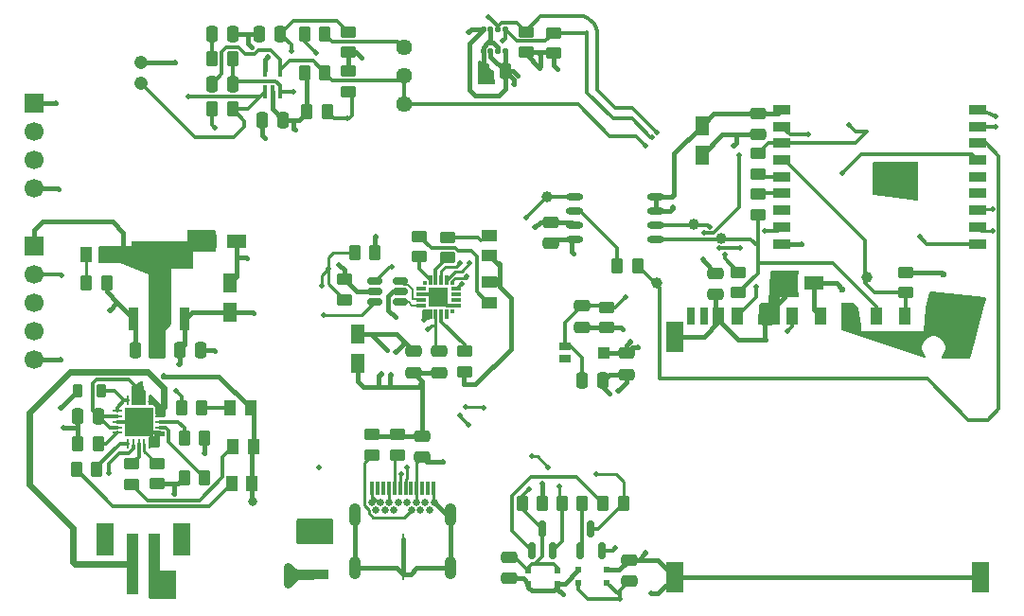
<source format=gbr>
%TF.GenerationSoftware,KiCad,Pcbnew,9.0.4*%
%TF.CreationDate,2025-09-02T02:13:18+05:30*%
%TF.ProjectId,ESP32 project,45535033-3220-4707-926f-6a6563742e6b,rev?*%
%TF.SameCoordinates,Original*%
%TF.FileFunction,Copper,L1,Top*%
%TF.FilePolarity,Positive*%
%FSLAX46Y46*%
G04 Gerber Fmt 4.6, Leading zero omitted, Abs format (unit mm)*
G04 Created by KiCad (PCBNEW 9.0.4) date 2025-09-02 02:13:18*
%MOMM*%
%LPD*%
G01*
G04 APERTURE LIST*
G04 Aperture macros list*
%AMRoundRect*
0 Rectangle with rounded corners*
0 $1 Rounding radius*
0 $2 $3 $4 $5 $6 $7 $8 $9 X,Y pos of 4 corners*
0 Add a 4 corners polygon primitive as box body*
4,1,4,$2,$3,$4,$5,$6,$7,$8,$9,$2,$3,0*
0 Add four circle primitives for the rounded corners*
1,1,$1+$1,$2,$3*
1,1,$1+$1,$4,$5*
1,1,$1+$1,$6,$7*
1,1,$1+$1,$8,$9*
0 Add four rect primitives between the rounded corners*
20,1,$1+$1,$2,$3,$4,$5,0*
20,1,$1+$1,$4,$5,$6,$7,0*
20,1,$1+$1,$6,$7,$8,$9,0*
20,1,$1+$1,$8,$9,$2,$3,0*%
G04 Aperture macros list end*
%TA.AperFunction,SMDPad,CuDef*%
%ADD10R,1.400000X1.000000*%
%TD*%
%TA.AperFunction,SMDPad,CuDef*%
%ADD11R,1.500000X0.900000*%
%TD*%
%TA.AperFunction,SMDPad,CuDef*%
%ADD12R,0.700000X0.700000*%
%TD*%
%TA.AperFunction,ComponentPad*%
%ADD13C,0.400000*%
%TD*%
%TA.AperFunction,SMDPad,CuDef*%
%ADD14R,1.230000X1.800000*%
%TD*%
%TA.AperFunction,SMDPad,CuDef*%
%ADD15RoundRect,0.250000X-0.450000X0.262500X-0.450000X-0.262500X0.450000X-0.262500X0.450000X0.262500X0*%
%TD*%
%TA.AperFunction,SMDPad,CuDef*%
%ADD16RoundRect,0.250000X0.262500X0.450000X-0.262500X0.450000X-0.262500X-0.450000X0.262500X-0.450000X0*%
%TD*%
%TA.AperFunction,SMDPad,CuDef*%
%ADD17RoundRect,0.250000X-0.250000X-0.475000X0.250000X-0.475000X0.250000X0.475000X-0.250000X0.475000X0*%
%TD*%
%TA.AperFunction,SMDPad,CuDef*%
%ADD18RoundRect,0.250000X0.475000X-0.250000X0.475000X0.250000X-0.475000X0.250000X-0.475000X-0.250000X0*%
%TD*%
%TA.AperFunction,SMDPad,CuDef*%
%ADD19RoundRect,0.250000X0.450000X-0.262500X0.450000X0.262500X-0.450000X0.262500X-0.450000X-0.262500X0*%
%TD*%
%TA.AperFunction,SMDPad,CuDef*%
%ADD20RoundRect,0.250000X-0.475000X0.250000X-0.475000X-0.250000X0.475000X-0.250000X0.475000X0.250000X0*%
%TD*%
%TA.AperFunction,SMDPad,CuDef*%
%ADD21R,1.000000X1.400000*%
%TD*%
%TA.AperFunction,SMDPad,CuDef*%
%ADD22RoundRect,0.250000X0.250000X0.475000X-0.250000X0.475000X-0.250000X-0.475000X0.250000X-0.475000X0*%
%TD*%
%TA.AperFunction,SMDPad,CuDef*%
%ADD23C,1.000000*%
%TD*%
%TA.AperFunction,SMDPad,CuDef*%
%ADD24O,1.600000X0.600000*%
%TD*%
%TA.AperFunction,SMDPad,CuDef*%
%ADD25RoundRect,0.250000X-0.262500X-0.450000X0.262500X-0.450000X0.262500X0.450000X-0.262500X0.450000X0*%
%TD*%
%TA.AperFunction,ComponentPad*%
%ADD26C,1.208000*%
%TD*%
%TA.AperFunction,ComponentPad*%
%ADD27C,1.440000*%
%TD*%
%TA.AperFunction,ComponentPad*%
%ADD28R,1.700000X1.700000*%
%TD*%
%TA.AperFunction,ComponentPad*%
%ADD29C,1.700000*%
%TD*%
%TA.AperFunction,SMDPad,CuDef*%
%ADD30R,1.000000X1.500000*%
%TD*%
%TA.AperFunction,SMDPad,CuDef*%
%ADD31R,0.700000X1.500000*%
%TD*%
%TA.AperFunction,SMDPad,CuDef*%
%ADD32R,1.500000X2.800000*%
%TD*%
%TA.AperFunction,SMDPad,CuDef*%
%ADD33R,0.300000X1.200000*%
%TD*%
%TA.AperFunction,ComponentPad*%
%ADD34C,0.650000*%
%TD*%
%TA.AperFunction,SMDPad,CuDef*%
%ADD35R,0.200000X1.000000*%
%TD*%
%TA.AperFunction,ComponentPad*%
%ADD36O,1.050000X2.100000*%
%TD*%
%TA.AperFunction,SMDPad,CuDef*%
%ADD37R,1.000000X5.500000*%
%TD*%
%TA.AperFunction,SMDPad,CuDef*%
%ADD38R,1.600000X3.000000*%
%TD*%
%TA.AperFunction,SMDPad,CuDef*%
%ADD39R,1.100000X0.800000*%
%TD*%
%TA.AperFunction,SMDPad,CuDef*%
%ADD40R,1.100000X1.000000*%
%TD*%
%TA.AperFunction,SMDPad,CuDef*%
%ADD41RoundRect,0.056250X0.168750X-0.188750X0.168750X0.188750X-0.168750X0.188750X-0.168750X-0.188750X0*%
%TD*%
%TA.AperFunction,SMDPad,CuDef*%
%ADD42R,0.300000X0.300000*%
%TD*%
%TA.AperFunction,SMDPad,CuDef*%
%ADD43R,0.900000X0.300000*%
%TD*%
%TA.AperFunction,SMDPad,CuDef*%
%ADD44R,0.300000X0.900000*%
%TD*%
%TA.AperFunction,ComponentPad*%
%ADD45C,0.600000*%
%TD*%
%TA.AperFunction,SMDPad,CuDef*%
%ADD46R,1.800000X1.800000*%
%TD*%
%TA.AperFunction,SMDPad,CuDef*%
%ADD47RoundRect,0.062500X-0.350000X-0.062500X0.350000X-0.062500X0.350000X0.062500X-0.350000X0.062500X0*%
%TD*%
%TA.AperFunction,SMDPad,CuDef*%
%ADD48RoundRect,0.062500X-0.062500X-0.350000X0.062500X-0.350000X0.062500X0.350000X-0.062500X0.350000X0*%
%TD*%
%TA.AperFunction,HeatsinkPad*%
%ADD49R,2.500000X2.500000*%
%TD*%
%TA.AperFunction,SMDPad,CuDef*%
%ADD50RoundRect,0.218750X0.218750X0.381250X-0.218750X0.381250X-0.218750X-0.381250X0.218750X-0.381250X0*%
%TD*%
%TA.AperFunction,SMDPad,CuDef*%
%ADD51R,2.810000X0.910000*%
%TD*%
%TA.AperFunction,SMDPad,CuDef*%
%ADD52RoundRect,0.150000X0.512500X0.150000X-0.512500X0.150000X-0.512500X-0.150000X0.512500X-0.150000X0*%
%TD*%
%TA.AperFunction,SMDPad,CuDef*%
%ADD53R,0.550000X0.570000*%
%TD*%
%TA.AperFunction,SMDPad,CuDef*%
%ADD54R,1.800000X1.230000*%
%TD*%
%TA.AperFunction,SMDPad,CuDef*%
%ADD55R,0.950000X2.150000*%
%TD*%
%TA.AperFunction,SMDPad,CuDef*%
%ADD56R,3.250000X2.150000*%
%TD*%
%TA.AperFunction,SMDPad,CuDef*%
%ADD57RoundRect,0.100000X0.100000X-0.495000X0.100000X0.495000X-0.100000X0.495000X-0.100000X-0.495000X0*%
%TD*%
%TA.AperFunction,SMDPad,CuDef*%
%ADD58RoundRect,0.150000X0.150000X-0.587500X0.150000X0.587500X-0.150000X0.587500X-0.150000X-0.587500X0*%
%TD*%
%TA.AperFunction,ViaPad*%
%ADD59C,0.500000*%
%TD*%
%TA.AperFunction,ViaPad*%
%ADD60C,0.600000*%
%TD*%
%TA.AperFunction,ViaPad*%
%ADD61C,0.800000*%
%TD*%
%TA.AperFunction,Conductor*%
%ADD62C,0.254000*%
%TD*%
%TA.AperFunction,Conductor*%
%ADD63C,0.300000*%
%TD*%
%TA.AperFunction,Conductor*%
%ADD64C,0.400000*%
%TD*%
%TA.AperFunction,Conductor*%
%ADD65C,0.800000*%
%TD*%
%TA.AperFunction,Conductor*%
%ADD66C,0.600000*%
%TD*%
%TA.AperFunction,Conductor*%
%ADD67C,0.200000*%
%TD*%
G04 APERTURE END LIST*
D10*
%TO.P,LED5,2,A*%
%TO.N,+3.3V*%
X176000000Y-97200000D03*
%TO.P,LED5,1,K*%
%TO.N,Net-(LED5-K)*%
X176000000Y-99000000D03*
%TD*%
%TO.P,LED6,2,A*%
%TO.N,+3.3V*%
X176000000Y-94810000D03*
%TO.P,LED6,1,K*%
%TO.N,Net-(LED6-K)*%
X176000000Y-93010000D03*
%TD*%
D11*
%TO.P,U5,1,3V3*%
%TO.N,+3.3V*%
X202140000Y-81750000D03*
%TO.P,U5,2,EN*%
%TO.N,/ESP32-C3-02/EN*%
X202140000Y-83250000D03*
%TO.P,U5,3,IO4*%
%TO.N,/ESP32-C3-02/SDA*%
X202140000Y-84750000D03*
%TO.P,U5,4,IO5*%
%TO.N,/ESP32-C3-02/CD_SD*%
X202140000Y-86250000D03*
%TO.P,U5,5,IO6*%
%TO.N,Net-(U5-IO6)*%
X202140000Y-87750000D03*
%TO.P,U5,6,IO7*%
%TO.N,Net-(U5-IO7)*%
X202140000Y-89250000D03*
%TO.P,U5,7,IO8*%
%TO.N,/ESP32-C3-02/GPIO8*%
X202140000Y-90750000D03*
%TO.P,U5,8,IO9*%
%TO.N,/ESP32-C3-02/BOOT*%
X202140000Y-92250000D03*
%TO.P,U5,9,GND*%
%TO.N,GND*%
X202140000Y-93750000D03*
%TO.P,U5,10,IO10*%
%TO.N,/ESP32-C3-02/CS*%
X219640000Y-93750000D03*
%TO.P,U5,11,RXD*%
%TO.N,/ESP32-C3-02/RX_TX*%
X219640000Y-92250000D03*
%TO.P,U5,12,TXD*%
%TO.N,/ESP32-C3-02/TX_RX*%
X219640000Y-90750000D03*
%TO.P,U5,13,IO18*%
%TO.N,/ESP32-C3-02/GPIO18*%
X219640000Y-89250000D03*
%TO.P,U5,14,IO19*%
%TO.N,/ESP32-C3-02/GPIO19*%
X219640000Y-87750000D03*
%TO.P,U5,15,IO3*%
%TO.N,/ESP32-C3-02/SCL*%
X219640000Y-86250000D03*
%TO.P,U5,16,IO2*%
%TO.N,/ESP32-C3-02/MISO_DO*%
X219640000Y-84750000D03*
%TO.P,U5,17,IO1*%
%TO.N,/ESP32-C3-02/PHOTO_C*%
X219640000Y-83250000D03*
%TO.P,U5,18,IO0*%
%TO.N,/ESP32-C3-02/MIC_OUT*%
X219640000Y-81750000D03*
D12*
%TO.P,U5,19,GND*%
%TO.N,GND*%
X210750000Y-86850000D03*
%TO.P,U5,20,GND*%
X211850000Y-86850000D03*
%TO.P,U5,21,GND*%
X212950000Y-86850000D03*
%TO.P,U5,22,GND*%
X210750000Y-87950000D03*
%TO.P,U5,23,GND*%
X211850000Y-87950000D03*
%TO.P,U5,24,GND*%
X212950000Y-87950000D03*
%TO.P,U5,25,GND*%
X210750000Y-89050000D03*
%TO.P,U5,26,GND*%
X211850000Y-89050000D03*
%TO.P,U5,27,GND*%
X212950000Y-89050000D03*
D13*
%TO.P,U5,28,GND*%
X211300000Y-86850000D03*
%TO.P,U5,29,GND*%
X212400000Y-86850000D03*
%TO.P,U5,30,GND*%
X210750000Y-87400000D03*
%TO.P,U5,31,GND*%
X211850000Y-87400000D03*
%TO.P,U5,32,GND*%
X212950000Y-87400000D03*
%TO.P,U5,33,GND*%
X211300000Y-87950000D03*
%TO.P,U5,34,GND*%
X212400000Y-87950000D03*
%TO.P,U5,35,GND*%
X210750000Y-88500000D03*
%TO.P,U5,36,GND*%
X211850000Y-88500000D03*
%TO.P,U5,37,GND*%
X212950000Y-88500000D03*
%TO.P,U5,38,GND*%
X211300000Y-89050000D03*
%TO.P,U5,39,GND*%
X212400000Y-89050000D03*
%TD*%
D14*
%TO.P,C8,1*%
%TO.N,GND*%
X164250000Y-104457500D03*
%TO.P,C8,2*%
%TO.N,+3.3V*%
X164250000Y-101837500D03*
%TD*%
D15*
%TO.P,R19,1*%
%TO.N,+3.3V*%
X213250000Y-96300000D03*
%TO.P,R19,2*%
%TO.N,/ESP32-C3-02/CD_SD*%
X213250000Y-98125000D03*
%TD*%
D16*
%TO.P,R3,1*%
%TO.N,Net-(LED1-K)*%
X150287500Y-108425000D03*
%TO.P,R3,2*%
%TO.N,Net-(U1-STAT2)*%
X148462500Y-108425000D03*
%TD*%
D15*
%TO.P,R16,1*%
%TO.N,/ESP32-C3-02/SDA*%
X200000000Y-85675000D03*
%TO.P,R16,2*%
%TO.N,Net-(U5-IO6)*%
X200000000Y-87500000D03*
%TD*%
%TO.P,R15,1*%
%TO.N,Net-(LED6-K)*%
X172250000Y-93175000D03*
%TO.P,R15,2*%
%TO.N,Net-(U3-~{RXT}{slash}GPIO.3)*%
X172250000Y-95000000D03*
%TD*%
D17*
%TO.P,C18,1*%
%TO.N,+3.3V*%
X155650000Y-82670000D03*
%TO.P,C18,2*%
%TO.N,GND*%
X157550000Y-82670000D03*
%TD*%
D18*
%TO.P,C3,1*%
%TO.N,/vBUS*%
X170000000Y-112862500D03*
%TO.P,C3,2*%
%TO.N,GND*%
X170000000Y-110962500D03*
%TD*%
D19*
%TO.P,R23,1*%
%TO.N,+3.3V*%
X163350000Y-76622500D03*
%TO.P,R23,2*%
%TO.N,Net-(C16-Pad2)*%
X163350000Y-74797500D03*
%TD*%
D20*
%TO.P,C22,1*%
%TO.N,/ESP32-C3-02/PHOTO_C*%
X184250000Y-99300000D03*
%TO.P,C22,2*%
%TO.N,GND*%
X184250000Y-101200000D03*
%TD*%
D21*
%TO.P,LED4,1,K*%
%TO.N,Net-(LED4-K)*%
X152975000Y-115175000D03*
%TO.P,LED4,2,A*%
%TO.N,/+5v_USB*%
X154775000Y-115175000D03*
%TD*%
D22*
%TO.P,C24,1*%
%TO.N,GND*%
X153050000Y-74960000D03*
%TO.P,C24,2*%
%TO.N,Net-(C24-Pad2)*%
X151150000Y-74960000D03*
%TD*%
D23*
%TO.P,TP5,1,1*%
%TO.N,/ESP32-C3-02/CS*%
X181155000Y-89545000D03*
%TD*%
D24*
%TO.P,U4,1,~{CS}*%
%TO.N,/ESP32-C3-02/CS*%
X183650000Y-89545000D03*
%TO.P,U4,2,DO(IO1)*%
%TO.N,Net-(U4-DO(IO1))*%
X183650000Y-90815000D03*
%TO.P,U4,3,~{WP}(IO2)*%
%TO.N,+3.3V*%
X183650000Y-92085000D03*
%TO.P,U4,4,GND*%
%TO.N,GND*%
X183650000Y-93355000D03*
%TO.P,U4,5,DI(IO0)*%
%TO.N,/ESP32-C3-02/MOSI_DI*%
X190850000Y-93355000D03*
%TO.P,U4,6,CLK*%
%TO.N,/ESP32-C3-02/SCLK*%
X190850000Y-92085000D03*
%TO.P,U4,7,~{HOLD}/~{RESET}(IO3)*%
%TO.N,+3.3V*%
X190850000Y-90815000D03*
%TO.P,U4,8,VCC*%
X190850000Y-89545000D03*
%TD*%
D20*
%TO.P,C11,1*%
%TO.N,+3.3V*%
X200000000Y-82100000D03*
%TO.P,C11,2*%
%TO.N,GND*%
X200000000Y-84000000D03*
%TD*%
D22*
%TO.P,C6,1*%
%TO.N,/+5v_USB*%
X141025000Y-109175000D03*
%TO.P,C6,2*%
%TO.N,GND*%
X139125000Y-109175000D03*
%TD*%
D25*
%TO.P,R24,1*%
%TO.N,Net-(C16-Pad2)*%
X151187500Y-81710000D03*
%TO.P,R24,2*%
%TO.N,Net-(U7-IN+)*%
X153012500Y-81710000D03*
%TD*%
D16*
%TO.P,R7,1*%
%TO.N,GND*%
X150512500Y-111175000D03*
%TO.P,R7,2*%
%TO.N,Net-(U1-PROG1)*%
X148687500Y-111175000D03*
%TD*%
D26*
%TO.P,MK1,GND*%
%TO.N,GND*%
X144850000Y-77510000D03*
%TO.P,MK1,OUT*%
%TO.N,Net-(U7-IN+)*%
X144850000Y-79410000D03*
%TD*%
D27*
%TO.P,R32,1*%
%TO.N,/ESP32-C3-02/MIC_OUT*%
X168350000Y-81290000D03*
%TO.P,R32,2*%
X168350000Y-78750000D03*
%TO.P,R32,3*%
%TO.N,Net-(R28-Pad1)*%
X168350000Y-76210000D03*
%TD*%
D19*
%TO.P,R13,1*%
%TO.N,+3.3V*%
X173750000Y-105200000D03*
%TO.P,R13,2*%
%TO.N,Net-(U3-~{RST})*%
X173750000Y-103375000D03*
%TD*%
D25*
%TO.P,R30,1*%
%TO.N,/ESP32-C3-02/RTS*%
X182500000Y-117000000D03*
%TO.P,R30,2*%
%TO.N,Net-(Q3-B)*%
X184325000Y-117000000D03*
%TD*%
D17*
%TO.P,C1,1*%
%TO.N,+5V*%
X148300000Y-103250000D03*
%TO.P,C1,2*%
%TO.N,GND*%
X150200000Y-103250000D03*
%TD*%
D15*
%TO.P,R14,1*%
%TO.N,Net-(LED5-K)*%
X169750000Y-93087500D03*
%TO.P,R14,2*%
%TO.N,Net-(U3-~{TXT}{slash}GPIO.2)*%
X169750000Y-94912500D03*
%TD*%
D19*
%TO.P,R17,1*%
%TO.N,/ESP32-C3-02/MOSI_DI*%
X200000000Y-91162500D03*
%TO.P,R17,2*%
%TO.N,Net-(U5-IO7)*%
X200000000Y-89337500D03*
%TD*%
D28*
%TO.P,J5,1,Pin_1*%
%TO.N,+3.3V*%
X135250000Y-93980000D03*
D29*
%TO.P,J5,2,Pin_2*%
%TO.N,/ESP32-C3-02/GPIO8*%
X135250000Y-96520000D03*
%TO.P,J5,3,Pin_3*%
%TO.N,/ESP32-C3-02/GPIO18*%
X135250000Y-99060000D03*
%TO.P,J5,4,Pin_4*%
%TO.N,/ESP32-C3-02/GPIO19*%
X135250000Y-101600000D03*
%TO.P,J5,5,Pin_5*%
%TO.N,GND*%
X135250000Y-104140000D03*
%TD*%
D18*
%TO.P,C10,1*%
%TO.N,GND*%
X169250000Y-105287500D03*
%TO.P,C10,2*%
%TO.N,+3.3V*%
X169250000Y-103387500D03*
%TD*%
D22*
%TO.P,C17,1*%
%TO.N,Net-(U7-IN-)*%
X153050000Y-79460000D03*
%TO.P,C17,2*%
%TO.N,/ESP32-C3-02/MIC_OUT*%
X151150000Y-79460000D03*
%TD*%
D21*
%TO.P,LED1,1,K*%
%TO.N,Net-(LED1-K)*%
X152825000Y-108425000D03*
%TO.P,LED1,2,A*%
%TO.N,/+5v_USB*%
X154625000Y-108425000D03*
%TD*%
D30*
%TO.P,J3,1,CD/DAT3*%
%TO.N,/ESP32-C3-02/CD_SD*%
X213125000Y-100250000D03*
%TO.P,J3,2,CMD*%
%TO.N,/ESP32-C3-02/MOSI_DI*%
X210625000Y-100250000D03*
%TO.P,J3,3,VSS1*%
%TO.N,GND*%
X208125000Y-100250000D03*
%TO.P,J3,4,VDD1*%
%TO.N,+3.3V*%
X205625000Y-100250000D03*
%TO.P,J3,5,CLK*%
%TO.N,/ESP32-C3-02/SCLK*%
X203125000Y-100250000D03*
%TO.P,J3,6,VSS2*%
%TO.N,GND*%
X200625000Y-100250000D03*
%TO.P,J3,7,DAT0*%
%TO.N,Net-(J3-DAT0)*%
X198200000Y-100250000D03*
%TO.P,J3,8,DAT1*%
%TO.N,GND*%
X196500000Y-100250000D03*
%TO.P,J3,9,DAT2*%
X215625000Y-100250000D03*
D31*
%TO.P,J3,CD_IND,CD_IND*%
%TO.N,unconnected-(J3-PadCD_IND)*%
X195200000Y-100250000D03*
D32*
%TO.P,J3,G1,SHIELD_GND*%
%TO.N,GND*%
X192600000Y-102050000D03*
%TO.P,J3,G2,SHIELD_GND*%
X217700000Y-102050000D03*
%TO.P,J3,G3,SHIELD_GND*%
X219900000Y-123550000D03*
%TO.P,J3,G4,SHIELD_GND*%
X192600000Y-123550000D03*
D31*
%TO.P,J3,WP,WP*%
%TO.N,unconnected-(J3-PadWP)*%
X194000000Y-100250000D03*
%TD*%
D33*
%TO.P,J1,A1,GNDA1*%
%TO.N,GND*%
X165500000Y-115620000D03*
%TO.P,J1,A2,SSTXP1*%
%TO.N,unconnected-(J1-SSTXP1-PadA2)*%
X166000000Y-115620000D03*
%TO.P,J1,A3,SSTXN1*%
%TO.N,unconnected-(J1-SSTXN1-PadA3)*%
X166500000Y-115620000D03*
%TO.P,J1,A4,VBUSA1*%
%TO.N,/vBUS*%
X167000000Y-115620000D03*
%TO.P,J1,A5,CC1*%
%TO.N,Net-(J1-CC1)*%
X167500000Y-115620000D03*
%TO.P,J1,A6,DP1*%
%TO.N,/USB_DP*%
X168000000Y-115620000D03*
%TO.P,J1,A7,DN1*%
%TO.N,/USB_DN*%
X168500000Y-115620000D03*
%TO.P,J1,A8,SBU1*%
%TO.N,unconnected-(J1-SBU1-PadA8)*%
X169000000Y-115620000D03*
%TO.P,J1,A9,VBUSA2*%
%TO.N,/vBUS*%
X169500000Y-115620000D03*
%TO.P,J1,A10,SSRXN2*%
%TO.N,unconnected-(J1-SSRXN2-PadA10)*%
X170000000Y-115620000D03*
%TO.P,J1,A11,SSRXP2*%
%TO.N,unconnected-(J1-SSRXP2-PadA11)*%
X170500000Y-115620000D03*
%TO.P,J1,A12,GNDA2*%
%TO.N,GND*%
X171000000Y-115620000D03*
D34*
%TO.P,J1,B1,GNDB1*%
X171050000Y-116870000D03*
%TO.P,J1,B2,SSTXP2*%
%TO.N,unconnected-(J1-SSTXP2-PadB2)*%
X170650000Y-117580000D03*
%TO.P,J1,B3,SSTXN2*%
%TO.N,unconnected-(J1-SSTXN2-PadB3)*%
X169850000Y-117580000D03*
%TO.P,J1,B4,VBUSB1*%
%TO.N,/vBUS*%
X169450000Y-116870000D03*
%TO.P,J1,B5,CC2*%
%TO.N,Net-(J1-CC2)*%
X169050000Y-117580000D03*
%TO.P,J1,B6,DP2*%
%TO.N,/USB_DP*%
X168650000Y-116870000D03*
%TO.P,J1,B7,DN2*%
%TO.N,/USB_DN*%
X167850000Y-116870000D03*
%TO.P,J1,B8,SBU2*%
%TO.N,unconnected-(J1-SBU2-PadB8)*%
X167450000Y-117580000D03*
%TO.P,J1,B9,VBUSB2*%
%TO.N,/vBUS*%
X167050000Y-116870000D03*
%TO.P,J1,B10,SSRXN1*%
%TO.N,unconnected-(J1-SSRXN1-PadB10)*%
X166650000Y-117580000D03*
%TO.P,J1,B11,SSRXP1*%
%TO.N,unconnected-(J1-SSRXP1-PadB11)*%
X165850000Y-117580000D03*
%TO.P,J1,B12,GNDB2*%
%TO.N,GND*%
X165450000Y-116870000D03*
%TO.P,J1,G1,GND/SHIELD*%
X170250000Y-116870000D03*
%TO.P,J1,G2,GND/SHIELD*%
X166250000Y-116870000D03*
D35*
%TO.P,J1,G3,GND/SHIELD*%
X168250000Y-120200000D03*
%TO.P,J1,G4,GND/SHIELD*%
X168250000Y-123300000D03*
D36*
%TO.P,J1,S1,GND/SHIELD*%
X163980000Y-118020000D03*
%TO.P,J1,S2,GND/SHIELD*%
X172520000Y-118020000D03*
%TO.P,J1,S3,GND/SHIELD*%
X163980000Y-122750000D03*
%TO.P,J1,S4,GND/SHIELD*%
X172520000Y-122750000D03*
%TD*%
D37*
%TO.P,J2,1,1*%
%TO.N,/VBAT*%
X144037500Y-122425000D03*
%TO.P,J2,2,2*%
%TO.N,GND*%
X146037500Y-122425000D03*
D38*
%TO.P,J2,S1*%
%TO.N,N/C*%
X141637500Y-120175000D03*
%TO.P,J2,S2*%
X148437500Y-120175000D03*
%TD*%
D39*
%TO.P,Q1,1*%
%TO.N,/ESP32-C3-02/PHOTO_C*%
X182740000Y-102950000D03*
%TO.P,Q1,2*%
%TO.N,N/C*%
X182740000Y-104050000D03*
D40*
%TO.P,Q1,3*%
%TO.N,+3.3V*%
X186250000Y-103500000D03*
%TD*%
D41*
%TO.P,U6,1,GND*%
%TO.N,GND*%
X175450000Y-74560000D03*
%TO.P,U6,2,CSB*%
%TO.N,+3.3V*%
X176100000Y-74560000D03*
%TO.P,U6,3,SDI*%
%TO.N,/ESP32-C3-02/SDA*%
X176750000Y-74560000D03*
%TO.P,U6,4,SCK*%
%TO.N,/ESP32-C3-02/SCL*%
X177400000Y-74560000D03*
%TO.P,U6,5,SDO*%
%TO.N,GND*%
X177400000Y-76500000D03*
%TO.P,U6,6,VDDIO*%
%TO.N,+3.3V*%
X176750000Y-76500000D03*
%TO.P,U6,7,GND*%
%TO.N,GND*%
X176100000Y-76500000D03*
%TO.P,U6,8,VDD*%
%TO.N,+3.3V*%
X175450000Y-76500000D03*
%TD*%
D16*
%TO.P,R29,1*%
%TO.N,/ESP32-C3-02/CTS*%
X188000000Y-117000000D03*
%TO.P,R29,2*%
%TO.N,Net-(Q2-B)*%
X186175000Y-117000000D03*
%TD*%
D18*
%TO.P,C19,1*%
%TO.N,/ESP32-C3-02/BOOT*%
X188500000Y-123950000D03*
%TO.P,C19,2*%
%TO.N,GND*%
X188500000Y-122050000D03*
%TD*%
D42*
%TO.P,U3,1,RS485/GPIO.1*%
%TO.N,unconnected-(U3-RS485{slash}GPIO.1-Pad1)*%
X170200000Y-97277500D03*
D43*
%TO.P,U3,2,CLK/GPIO.0*%
%TO.N,unconnected-(U3-CLK{slash}GPIO.0-Pad2)*%
X169900000Y-97777500D03*
%TO.P,U3,3,GND*%
%TO.N,Net-(U3-GND-Pad12)*%
X169900000Y-98277500D03*
%TO.P,U3,4,D+*%
%TO.N,/ESP32-C3-02/USB_D+*%
X169900000Y-98777500D03*
%TO.P,U3,5,D-*%
%TO.N,/ESP32-C3-02/USB_D-*%
X169900000Y-99277500D03*
D42*
%TO.P,U3,6,VDD*%
%TO.N,+3.3V*%
X170200000Y-99777500D03*
D44*
%TO.P,U3,7,VREGIN*%
X170700000Y-100077500D03*
%TO.P,U3,8,VBUS*%
%TO.N,Net-(U3-VBUS)*%
X171200000Y-100077500D03*
%TO.P,U3,9,~{RST}*%
%TO.N,Net-(U3-~{RST})*%
X171700000Y-100077500D03*
%TO.P,U3,10,NC*%
%TO.N,unconnected-(U3-NC-Pad10)*%
X172200000Y-100077500D03*
D42*
%TO.P,U3,11,~{SUSPEND}*%
%TO.N,unconnected-(U3-~{SUSPEND}-Pad11)*%
X172700000Y-99777500D03*
D43*
%TO.P,U3,12,GND*%
%TO.N,Net-(U3-GND-Pad12)*%
X173000000Y-99277500D03*
%TO.P,U3,13,~{WAKEUP}*%
%TO.N,unconnected-(U3-~{WAKEUP}-Pad13)*%
X173000000Y-98777500D03*
%TO.P,U3,14,SUSPEND*%
%TO.N,unconnected-(U3-SUSPEND-Pad14)*%
X173000000Y-98277500D03*
%TO.P,U3,15,~{CTS}*%
%TO.N,/ESP32-C3-02/CTS*%
X173000000Y-97777500D03*
D42*
%TO.P,U3,16,~{RTS}*%
%TO.N,/ESP32-C3-02/RTS*%
X172700000Y-97277500D03*
D44*
%TO.P,U3,17,RXD*%
%TO.N,/ESP32-C3-02/RX_TX*%
X172200000Y-96977500D03*
%TO.P,U3,18,TXD*%
%TO.N,/ESP32-C3-02/TX_RX*%
X171700000Y-96977500D03*
%TO.P,U3,19,~{RXT}/GPIO.3*%
%TO.N,Net-(U3-~{RXT}{slash}GPIO.3)*%
X171200000Y-96977500D03*
%TO.P,U3,20,~{TXT}/GPIO.2*%
%TO.N,Net-(U3-~{TXT}{slash}GPIO.2)*%
X170700000Y-96977500D03*
D45*
%TO.P,U3,21,GND*%
%TO.N,Net-(U3-GND-Pad12)*%
X171000000Y-98527500D03*
X171450000Y-98077500D03*
X171450000Y-98527500D03*
D46*
X171450000Y-98527500D03*
D45*
X171450000Y-98977500D03*
X171900000Y-98527500D03*
%TD*%
D20*
%TO.P,C7,1*%
%TO.N,Net-(U3-VBUS)*%
X171500000Y-103387500D03*
%TO.P,C7,2*%
%TO.N,GND*%
X171500000Y-105287500D03*
%TD*%
D47*
%TO.P,U1,1,OUT*%
%TO.N,Net-(FB1-Pad1)*%
X142687500Y-108675000D03*
%TO.P,U1,2,VPCC*%
%TO.N,/+5v_USB*%
X142687500Y-109175000D03*
%TO.P,U1,3,SEL*%
%TO.N,GND*%
X142687500Y-109675000D03*
%TO.P,U1,4,PROG2*%
%TO.N,/+5v_USB*%
X142687500Y-110175000D03*
%TO.P,U1,5,THERM*%
%TO.N,Net-(U1-THERM)*%
X142687500Y-110675000D03*
D48*
%TO.P,U1,6,~{PG}*%
%TO.N,Net-(U1-~{PG})*%
X143625000Y-111612500D03*
%TO.P,U1,7,STAT2*%
%TO.N,Net-(U1-STAT2)*%
X144125000Y-111612500D03*
%TO.P,U1,8,STAT1/~{LBO}*%
%TO.N,Net-(U1-STAT1{slash}~{LBO})*%
X144625000Y-111612500D03*
%TO.P,U1,9,~{TE}*%
%TO.N,Net-(U1-~{TE})*%
X145125000Y-111612500D03*
%TO.P,U1,10,V_{SS}*%
%TO.N,GND*%
X145625000Y-111612500D03*
D47*
%TO.P,U1,11,V_{SS}*%
X146562500Y-110675000D03*
%TO.P,U1,12,PROG3*%
%TO.N,Net-(U1-PROG3)*%
X146562500Y-110175000D03*
%TO.P,U1,13,PROG1*%
%TO.N,Net-(U1-PROG1)*%
X146562500Y-109675000D03*
%TO.P,U1,14,V_{BAT}*%
%TO.N,/VBAT*%
X146562500Y-109175000D03*
%TO.P,U1,15,V_{BAT}*%
X146562500Y-108675000D03*
D48*
%TO.P,U1,16,V_{BAT_SENSE}*%
X145625000Y-107737500D03*
%TO.P,U1,17,CE*%
%TO.N,/+5v_USB*%
X145125000Y-107737500D03*
%TO.P,U1,18,IN*%
X144625000Y-107737500D03*
%TO.P,U1,19,IN*%
X144125000Y-107737500D03*
%TO.P,U1,20,OUT*%
%TO.N,Net-(FB1-Pad1)*%
X143625000Y-107737500D03*
D49*
%TO.P,U1,21,V_{SS}*%
%TO.N,GND*%
X144625000Y-109675000D03*
%TD*%
D50*
%TO.P,FB1,1*%
%TO.N,Net-(FB1-Pad1)*%
X141312500Y-106875000D03*
%TO.P,FB1,2*%
%TO.N,+5V*%
X139187500Y-106875000D03*
%TD*%
D19*
%TO.P,R4,1*%
%TO.N,Net-(LED3-K)*%
X144000000Y-115287500D03*
%TO.P,R4,2*%
%TO.N,Net-(U1-STAT1{slash}~{LBO})*%
X144000000Y-113462500D03*
%TD*%
D21*
%TO.P,LED2,1,K*%
%TO.N,Net-(LED2-K)*%
X139950000Y-94750000D03*
%TO.P,LED2,2,A*%
%TO.N,+3.3V*%
X141750000Y-94750000D03*
%TD*%
D15*
%TO.P,R8,1*%
%TO.N,Net-(U1-~{TE})*%
X146250000Y-113425000D03*
%TO.P,R8,2*%
%TO.N,GND*%
X146250000Y-115250000D03*
%TD*%
D20*
%TO.P,C20,1*%
%TO.N,/ESP32-C3-02/EN*%
X177750000Y-121800000D03*
%TO.P,C20,2*%
%TO.N,GND*%
X177750000Y-123700000D03*
%TD*%
D16*
%TO.P,R31,1*%
%TO.N,+3.3V*%
X180750000Y-117000000D03*
%TO.P,R31,2*%
%TO.N,/ESP32-C3-02/EN*%
X178925000Y-117000000D03*
%TD*%
D25*
%TO.P,R28,1*%
%TO.N,GND*%
X159437500Y-78460000D03*
%TO.P,R28,2*%
%TO.N,/ESP32-C3-02/MIC_OUT*%
X161262500Y-78460000D03*
%TD*%
D23*
%TO.P,TP1,1,1*%
%TO.N,/ESP32-C3-02/MISO_DO*%
X191000000Y-97250000D03*
%TD*%
D51*
%TO.P,F1,1,1*%
%TO.N,/vBUS*%
X160250000Y-120130000D03*
%TO.P,F1,2,2*%
%TO.N,/+5v_USB*%
X160250000Y-123370000D03*
%TD*%
D18*
%TO.P,C21,1*%
%TO.N,GND*%
X188250000Y-105450000D03*
%TO.P,C21,2*%
%TO.N,+3.3V*%
X188250000Y-103550000D03*
%TD*%
D25*
%TO.P,R11,1*%
%TO.N,Net-(U3-VBUS)*%
X163925000Y-94587500D03*
%TO.P,R11,2*%
%TO.N,GND*%
X165750000Y-94587500D03*
%TD*%
D52*
%TO.P,U2,1,I/O1*%
%TO.N,/ESP32-C3-02/USB_D-*%
X168025000Y-98977500D03*
%TO.P,U2,2,GND*%
%TO.N,GND*%
X168025000Y-98027500D03*
%TO.P,U2,3,I/O2*%
%TO.N,/ESP32-C3-02/USB_D+*%
X168025000Y-97077500D03*
%TO.P,U2,4,I/O2*%
%TO.N,/USB_DP*%
X165750000Y-97077500D03*
%TO.P,U2,5,VBUS*%
%TO.N,/vBUS*%
X165750000Y-98027500D03*
%TO.P,U2,6,I/O1*%
%TO.N,/USB_DN*%
X165750000Y-98977500D03*
%TD*%
D53*
%TO.P,SW2,1,A0*%
%TO.N,GND*%
X182050000Y-124160000D03*
%TO.P,SW2,2,A1*%
X179500000Y-124160000D03*
%TO.P,SW2,3,B0*%
%TO.N,/ESP32-C3-02/EN*%
X182050000Y-123000000D03*
%TO.P,SW2,4,B1*%
X179500000Y-123000000D03*
%TD*%
D54*
%TO.P,C4,1*%
%TO.N,+3.3V*%
X150750000Y-93500000D03*
%TO.P,C4,2*%
%TO.N,GND*%
X153370000Y-93500000D03*
%TD*%
D19*
%TO.P,R18,1*%
%TO.N,/ESP32-C3-02/MOSI_DI*%
X198250000Y-98125000D03*
%TO.P,R18,2*%
%TO.N,Net-(J3-DAT0)*%
X198250000Y-96300000D03*
%TD*%
D21*
%TO.P,LED3,1,K*%
%TO.N,Net-(LED3-K)*%
X153075000Y-111925000D03*
%TO.P,LED3,2,A*%
%TO.N,/+5v_USB*%
X154875000Y-111925000D03*
%TD*%
D15*
%TO.P,R25,1*%
%TO.N,+3.3V*%
X163350000Y-78297500D03*
%TO.P,R25,2*%
%TO.N,Net-(U7-IN+)*%
X163350000Y-80122500D03*
%TD*%
D19*
%TO.P,R21,1*%
%TO.N,+3.3V*%
X181750000Y-76722500D03*
%TO.P,R21,2*%
%TO.N,/ESP32-C3-02/SCL*%
X181750000Y-74897500D03*
%TD*%
D55*
%TO.P,VR1,1,GND*%
%TO.N,GND*%
X144150000Y-100500000D03*
%TO.P,VR1,2,VOUT_2*%
%TO.N,+3.3V*%
X146450000Y-100500000D03*
%TO.P,VR1,3,VIN*%
%TO.N,+5V*%
X148750000Y-100500000D03*
D56*
%TO.P,VR1,4,VOUT_4*%
%TO.N,+3.3V*%
X146450000Y-94700000D03*
%TD*%
D17*
%TO.P,C16,1*%
%TO.N,GND*%
X155400000Y-74960000D03*
%TO.P,C16,2*%
%TO.N,Net-(C16-Pad2)*%
X157300000Y-74960000D03*
%TD*%
D25*
%TO.P,R12,1*%
%TO.N,Net-(U4-DO(IO1))*%
X187425000Y-95700000D03*
%TO.P,R12,2*%
%TO.N,/ESP32-C3-02/MISO_DO*%
X189250000Y-95700000D03*
%TD*%
D15*
%TO.P,R22,1*%
%TO.N,/ESP32-C3-02/PHOTO_C*%
X186500000Y-99425000D03*
%TO.P,R22,2*%
%TO.N,GND*%
X186500000Y-101250000D03*
%TD*%
D28*
%TO.P,J4,1,Pin_1*%
%TO.N,+3.3V*%
X135250000Y-81190000D03*
D29*
%TO.P,J4,2,Pin_2*%
%TO.N,/ESP32-C3-02/SDA*%
X135250000Y-83730000D03*
%TO.P,J4,3,Pin_3*%
%TO.N,/ESP32-C3-02/SCL*%
X135250000Y-86270000D03*
%TO.P,J4,4,Pin_4*%
%TO.N,GND*%
X135250000Y-88810000D03*
%TD*%
D17*
%TO.P,C23,1*%
%TO.N,/ESP32-C3-02/PHOTO_C*%
X184250000Y-106000000D03*
%TO.P,C23,2*%
%TO.N,GND*%
X186150000Y-106000000D03*
%TD*%
D19*
%TO.P,R1,1*%
%TO.N,Net-(J1-CC1)*%
X167750000Y-112662500D03*
%TO.P,R1,2*%
%TO.N,GND*%
X167750000Y-110837500D03*
%TD*%
D22*
%TO.P,C5,1*%
%TO.N,+3.3V*%
X146250000Y-103250000D03*
%TO.P,C5,2*%
%TO.N,GND*%
X144350000Y-103250000D03*
%TD*%
D53*
%TO.P,SW1,1,A0*%
%TO.N,GND*%
X183975000Y-122920000D03*
%TO.P,SW1,2,A1*%
X186525000Y-122920000D03*
%TO.P,SW1,3,B0*%
%TO.N,/ESP32-C3-02/BOOT*%
X183975000Y-124080000D03*
%TO.P,SW1,4,B1*%
X186525000Y-124080000D03*
%TD*%
D25*
%TO.P,R27,1*%
%TO.N,Net-(C24-Pad2)*%
X151187500Y-77210000D03*
%TO.P,R27,2*%
%TO.N,Net-(U7-IN-)*%
X153012500Y-77210000D03*
%TD*%
%TO.P,k1,1*%
%TO.N,GND*%
X148712500Y-114675000D03*
%TO.P,k1,2*%
%TO.N,Net-(U1-PROG3)*%
X150537500Y-114675000D03*
%TD*%
D23*
%TO.P,TP3,1,1*%
%TO.N,/ESP32-C3-02/SCLK*%
X194250000Y-92000000D03*
%TD*%
D25*
%TO.P,R5,1*%
%TO.N,Net-(LED4-K)*%
X139050000Y-113925000D03*
%TO.P,R5,2*%
%TO.N,Net-(U1-~{PG})*%
X140875000Y-113925000D03*
%TD*%
%TO.P,R6,1*%
%TO.N,Net-(LED2-K)*%
X139937500Y-97250000D03*
%TO.P,R6,2*%
%TO.N,GND*%
X141762500Y-97250000D03*
%TD*%
D23*
%TO.P,TP2,1,1*%
%TO.N,/ESP32-C3-02/MOSI_DI*%
X196750000Y-93250000D03*
%TD*%
D57*
%TO.P,U7,1,IN+*%
%TO.N,Net-(U7-IN+)*%
X155950000Y-80170000D03*
%TO.P,U7,2,GND*%
%TO.N,GND*%
X156600000Y-80170000D03*
%TO.P,U7,3,IN-*%
%TO.N,Net-(U7-IN-)*%
X157250000Y-80170000D03*
%TO.P,U7,4,OUT*%
%TO.N,/ESP32-C3-02/MIC_OUT*%
X157250000Y-78250000D03*
%TO.P,U7,5,VCC*%
%TO.N,+3.3V*%
X155950000Y-78250000D03*
%TD*%
D58*
%TO.P,Q3,1,B*%
%TO.N,Net-(Q3-B)*%
X184137500Y-121187500D03*
%TO.P,Q3,2,E*%
%TO.N,/ESP32-C3-02/BOOT*%
X186037500Y-121187500D03*
%TO.P,Q3,3,C*%
%TO.N,/ESP32-C3-02/CTS*%
X185087500Y-119312500D03*
%TD*%
D16*
%TO.P,R28,1*%
%TO.N,Net-(R28-Pad1)*%
X161262500Y-74960000D03*
%TO.P,R28,2*%
%TO.N,Net-(U7-IN-)*%
X159437500Y-74960000D03*
%TD*%
D15*
%TO.P,R10,1*%
%TO.N,/vBUS*%
X163000000Y-96925000D03*
%TO.P,R10,2*%
%TO.N,Net-(U3-VBUS)*%
X163000000Y-98750000D03*
%TD*%
D17*
%TO.P,C15,1*%
%TO.N,+3.3V*%
X175500000Y-78310000D03*
%TO.P,C15,2*%
%TO.N,GND*%
X177400000Y-78310000D03*
%TD*%
D20*
%TO.P,C9,1*%
%TO.N,+3.3V*%
X181500000Y-91800000D03*
%TO.P,C9,2*%
%TO.N,GND*%
X181500000Y-93700000D03*
%TD*%
D54*
%TO.P,C13,1*%
%TO.N,+3.3V*%
X205000000Y-97300000D03*
%TO.P,C13,2*%
%TO.N,GND*%
X202380000Y-97300000D03*
%TD*%
D14*
%TO.P,C2,1*%
%TO.N,+5V*%
X152750000Y-99870000D03*
%TO.P,C2,2*%
%TO.N,GND*%
X152750000Y-97250000D03*
%TD*%
%TO.P,C12,1*%
%TO.N,+3.3V*%
X195000000Y-83190000D03*
%TO.P,C12,2*%
%TO.N,GND*%
X195000000Y-85810000D03*
%TD*%
D20*
%TO.P,C14,1*%
%TO.N,+3.3V*%
X196250000Y-96400000D03*
%TO.P,C14,2*%
%TO.N,GND*%
X196250000Y-98300000D03*
%TD*%
D19*
%TO.P,R2,1*%
%TO.N,Net-(J1-CC2)*%
X165500000Y-112662500D03*
%TO.P,R2,2*%
%TO.N,GND*%
X165500000Y-110837500D03*
%TD*%
D25*
%TO.P,R9,1*%
%TO.N,GND*%
X139162500Y-111675000D03*
%TO.P,R9,2*%
%TO.N,Net-(U1-THERM)*%
X140987500Y-111675000D03*
%TD*%
D19*
%TO.P,R20,1*%
%TO.N,+3.3V*%
X179250000Y-76635000D03*
%TO.P,R20,2*%
%TO.N,/ESP32-C3-02/SDA*%
X179250000Y-74810000D03*
%TD*%
D23*
%TO.P,TP4,1,1*%
%TO.N,/ESP32-C3-02/CD_SD*%
X209750000Y-96750000D03*
%TD*%
D16*
%TO.P,R26,1*%
%TO.N,Net-(U7-IN+)*%
X161512500Y-81960000D03*
%TO.P,R26,2*%
%TO.N,GND*%
X159687500Y-81960000D03*
%TD*%
D58*
%TO.P,Q2,1,B*%
%TO.N,Net-(Q2-B)*%
X179800000Y-121187500D03*
%TO.P,Q2,2,E*%
%TO.N,/ESP32-C3-02/RTS*%
X181700000Y-121187500D03*
%TO.P,Q2,3,C*%
%TO.N,/ESP32-C3-02/EN*%
X180750000Y-119312500D03*
%TD*%
D59*
%TO.N,/+5v_USB*%
X146830331Y-105569669D03*
%TO.N,/ESP32-C3-02/CTS*%
X185549000Y-114350000D03*
X174148236Y-109998236D03*
X173374707Y-109074707D03*
X173545000Y-97377000D03*
%TO.N,/ESP32-C3-02/RTS*%
X173950000Y-96700000D03*
X182250000Y-115500000D03*
X181250000Y-113750000D03*
X179832000Y-112776000D03*
X179832000Y-112776000D03*
X175450000Y-108400000D03*
X173900000Y-108350000D03*
%TO.N,/ESP32-C3-02/EN*%
X204550000Y-84000000D03*
X198350000Y-85850000D03*
X195200000Y-92805000D03*
X179550000Y-115700000D03*
%TO.N,/ESP32-C3-02/BOOT*%
X200650000Y-92600000D03*
X198413909Y-94136091D03*
X196564225Y-94130620D03*
%TO.N,/ESP32-C3-02/GPIO8*%
X137700000Y-96550000D03*
%TO.N,/ESP32-C3-02/SCL*%
X177200000Y-75600000D03*
%TO.N,/ESP32-C3-02/SDA*%
X175900000Y-73500000D03*
D60*
%TO.N,+3.3V*%
X207600000Y-97850000D03*
X216650000Y-96500000D03*
D59*
%TO.N,+5V*%
X137600000Y-108450000D03*
X148200000Y-104550000D03*
X154900000Y-100000000D03*
%TO.N,GND*%
X178150000Y-79450000D03*
X147850000Y-77500000D03*
X147320000Y-124206000D03*
X213868000Y-86868000D03*
X213868000Y-88392000D03*
X178500000Y-78700000D03*
X147800000Y-116100000D03*
X218440000Y-99568000D03*
X217424000Y-100076000D03*
X137450000Y-88850000D03*
X174100000Y-74850000D03*
X147320000Y-123444000D03*
X201676000Y-100584000D03*
X203950000Y-93750000D03*
X183550000Y-94650000D03*
X213868000Y-87376000D03*
X142000000Y-99700000D03*
X219456000Y-100076000D03*
X213868000Y-87884000D03*
X219456000Y-99060000D03*
X154300000Y-95100000D03*
X201676000Y-99568000D03*
X189992000Y-121412000D03*
X187500000Y-106900000D03*
X190500000Y-125050000D03*
X150500000Y-112500000D03*
X154750000Y-76150000D03*
X201676000Y-100076000D03*
X165800000Y-93100000D03*
X167600000Y-100350000D03*
X158600000Y-83550000D03*
X147320000Y-124968000D03*
X213868000Y-89408000D03*
X213868000Y-88900000D03*
X186750000Y-107200000D03*
X182600000Y-125150000D03*
X146304000Y-111252000D03*
X217424000Y-99060000D03*
X137850000Y-110200000D03*
X137650000Y-104150000D03*
X187900000Y-101400000D03*
X197850000Y-85000000D03*
X167200000Y-105450000D03*
X151400000Y-103350000D03*
X166350000Y-105350000D03*
D60*
%TO.N,/vBUS*%
X159004000Y-118872000D03*
D59*
X160750000Y-113800000D03*
X162550000Y-95650000D03*
D60*
X161544000Y-119126000D03*
D59*
X171850000Y-113250000D03*
D60*
X160020000Y-119097979D03*
D59*
%TO.N,+3.3V*%
X144272000Y-94488000D03*
X166850000Y-103250000D03*
X156150000Y-77050000D03*
X180050000Y-92300000D03*
X146939710Y-97055231D03*
X148336000Y-93980000D03*
X192500000Y-89400000D03*
X175768000Y-79248000D03*
X155900000Y-84300000D03*
X143256000Y-94488000D03*
X176276000Y-79248000D03*
X167600000Y-103450000D03*
X143764000Y-94996000D03*
X180450000Y-78000000D03*
X146450000Y-98389560D03*
X175260000Y-79248000D03*
X146304000Y-96520000D03*
X189300000Y-103050000D03*
X182050000Y-78100000D03*
X148844000Y-95504000D03*
X188600000Y-102500000D03*
X195100000Y-95150000D03*
X137250000Y-81150000D03*
X176900000Y-95600000D03*
X148844000Y-94488000D03*
X176900000Y-96800000D03*
X170180000Y-100584000D03*
X180700000Y-115200000D03*
X192450000Y-90500000D03*
X146450000Y-97600000D03*
X164600000Y-77150000D03*
D60*
%TO.N,/+5v_USB*%
X157988000Y-124206000D03*
X157988000Y-123444000D03*
D61*
X154800000Y-116800000D03*
D59*
X144780000Y-106680000D03*
D60*
X157988000Y-122682000D03*
D59*
X144272000Y-106680000D03*
%TO.N,Net-(U3-VBUS)*%
X161600000Y-96012000D03*
X170500000Y-101450000D03*
X161036000Y-97536000D03*
%TO.N,Net-(C16-Pad2)*%
X158300000Y-76550000D03*
X151450000Y-83350000D03*
%TO.N,/ESP32-C3-02/MIC_OUT*%
X221300000Y-82400000D03*
X190000000Y-84950000D03*
%TO.N,/ESP32-C3-02/BOOT*%
X187250000Y-121000000D03*
X187650000Y-125500000D03*
%TO.N,Net-(U1-STAT2)*%
X147950000Y-106950000D03*
X141950000Y-114300000D03*
%TO.N,/ESP32-C3-02/SDA*%
X208150000Y-83150000D03*
X191008000Y-83820000D03*
%TO.N,Net-(J3-DAT0)*%
X199900000Y-97600000D03*
X197050000Y-94750000D03*
%TO.N,/ESP32-C3-02/SCL*%
X190532348Y-84263011D03*
X207550000Y-87450000D03*
%TO.N,/ESP32-C3-02/PHOTO_C*%
X221250000Y-83300000D03*
X188150000Y-98550000D03*
%TO.N,Net-(U7-IN+)*%
X163300000Y-82550000D03*
X149100000Y-80600000D03*
%TO.N,/ESP32-C3-02/SCLK*%
X195750000Y-92250000D03*
X202692000Y-101600000D03*
%TO.N,/ESP32-C3-02/CS*%
X179300000Y-91400000D03*
X214500000Y-93150000D03*
%TO.N,/USB_DN*%
X161200000Y-100150000D03*
X168656000Y-113792000D03*
%TO.N,/USB_DP*%
X168084136Y-114369000D03*
X167250000Y-95850000D03*
%TO.N,/ESP32-C3-02/RX_TX*%
X174244000Y-95504000D03*
X221000000Y-92600000D03*
%TO.N,/ESP32-C3-02/TX_RX*%
X173350000Y-95450000D03*
X221000000Y-90650000D03*
%TO.N,Net-(U7-IN-)*%
X160528000Y-76708000D03*
X158450000Y-80150000D03*
%TD*%
D62*
%TO.N,/ESP32-C3-02/RTS*%
X172628000Y-97122000D02*
X172628000Y-97205500D01*
X172950000Y-96800000D02*
X172628000Y-97122000D01*
X173923235Y-96800000D02*
X172950000Y-96800000D01*
X172628000Y-97205500D02*
X172700000Y-97277500D01*
X173950000Y-96773235D02*
X173923235Y-96800000D01*
X173950000Y-96700000D02*
X173950000Y-96773235D01*
D63*
%TO.N,Net-(U3-GND-Pad12)*%
X171450000Y-98977500D02*
X171450000Y-98077500D01*
X171900000Y-98527500D02*
X171000000Y-98527500D01*
X172200000Y-99277500D02*
X171450000Y-98527500D01*
X173000000Y-99277500D02*
X172200000Y-99277500D01*
X170750000Y-98277500D02*
X171000000Y-98527500D01*
X169900000Y-98277500D02*
X170750000Y-98277500D01*
D64*
%TO.N,+5V*%
X154900000Y-100000000D02*
X154770000Y-99870000D01*
X154770000Y-99870000D02*
X152750000Y-99870000D01*
%TO.N,/+5v_USB*%
X146795682Y-105604318D02*
X146830331Y-105569669D01*
X151804318Y-105604318D02*
X146795682Y-105604318D01*
X154625000Y-108425000D02*
X151804318Y-105604318D01*
D63*
%TO.N,GND*%
X145625000Y-110675000D02*
X144625000Y-109675000D01*
X146562500Y-110675000D02*
X145625000Y-110675000D01*
X142687500Y-109675000D02*
X144625000Y-109675000D01*
D65*
X211850000Y-89050000D02*
X212950000Y-89050000D01*
X212950000Y-88500000D02*
X211850000Y-88500000D01*
X211850000Y-88500000D02*
X211300000Y-87950000D01*
X211850000Y-87400000D02*
X211300000Y-87950000D01*
X212950000Y-87400000D02*
X211850000Y-87400000D01*
X212968000Y-86868000D02*
X212950000Y-86850000D01*
X213868000Y-86868000D02*
X212968000Y-86868000D01*
X213868000Y-88392000D02*
X212950000Y-88392000D01*
X212950000Y-88392000D02*
X212950000Y-86850000D01*
X213016000Y-87884000D02*
X212950000Y-87950000D01*
X213868000Y-87884000D02*
X213016000Y-87884000D01*
X212974000Y-87376000D02*
X212950000Y-87400000D01*
X213868000Y-87376000D02*
X212974000Y-87376000D01*
X213868000Y-89408000D02*
X213868000Y-86868000D01*
X212950000Y-89050000D02*
X213718000Y-89050000D01*
X213718000Y-89050000D02*
X213868000Y-88900000D01*
X211850000Y-89050000D02*
X211850000Y-87950000D01*
X210750000Y-89050000D02*
X211850000Y-89050000D01*
X210750000Y-86850000D02*
X210750000Y-89050000D01*
X212950000Y-86850000D02*
X210750000Y-86850000D01*
X212950000Y-89050000D02*
X212950000Y-88392000D01*
D62*
%TO.N,/ESP32-C3-02/CTS*%
X188000000Y-115000000D02*
X188000000Y-117000000D01*
X187350000Y-114350000D02*
X188000000Y-115000000D01*
X185549000Y-114350000D02*
X187350000Y-114350000D01*
X173374707Y-109224707D02*
X174148236Y-109998236D01*
X173374707Y-109074707D02*
X173374707Y-109224707D01*
X173650000Y-97255000D02*
X173650000Y-97272000D01*
X173522500Y-97255000D02*
X173650000Y-97255000D01*
X173000000Y-97777500D02*
X173522500Y-97255000D01*
X173650000Y-97272000D02*
X173545000Y-97377000D01*
%TO.N,/ESP32-C3-02/RX_TX*%
X173540358Y-96207642D02*
X174244000Y-95504000D01*
X172969858Y-96207642D02*
X173540358Y-96207642D01*
D63*
%TO.N,Net-(LED5-K)*%
X174898000Y-98054732D02*
X175760384Y-98917116D01*
X174400000Y-94400000D02*
X174898000Y-94898000D01*
X174898000Y-94898000D02*
X174898000Y-98054732D01*
X173219370Y-94400000D02*
X174400000Y-94400000D01*
X172955870Y-94136500D02*
X173219370Y-94400000D01*
X169750000Y-93087500D02*
X170799000Y-94136500D01*
X170799000Y-94136500D02*
X172955870Y-94136500D01*
D64*
%TO.N,+3.3V*%
X176927500Y-97028000D02*
X176172000Y-97028000D01*
X176172000Y-97028000D02*
X176000000Y-97200000D01*
X176927500Y-97028000D02*
X176927500Y-95627500D01*
X176591500Y-97200000D02*
X176927500Y-97536000D01*
X176000000Y-97200000D02*
X176591500Y-97200000D01*
X176927500Y-97536000D02*
X176927500Y-97028000D01*
X176927500Y-95627500D02*
X176900000Y-95600000D01*
X176927500Y-97627500D02*
X176927500Y-97536000D01*
X176790000Y-95600000D02*
X176000000Y-94810000D01*
X176900000Y-95600000D02*
X176790000Y-95600000D01*
D62*
%TO.N,/ESP32-C3-02/RTS*%
X182250000Y-116750000D02*
X182500000Y-117000000D01*
X182250000Y-115500000D02*
X182250000Y-116750000D01*
X180276000Y-112776000D02*
X181250000Y-113750000D01*
X179832000Y-112776000D02*
X180276000Y-112776000D01*
X175400000Y-108350000D02*
X175450000Y-108400000D01*
X173900000Y-108350000D02*
X175400000Y-108350000D01*
%TO.N,/ESP32-C3-02/RX_TX*%
X172200000Y-96977500D02*
X172969858Y-96207642D01*
D63*
%TO.N,Net-(U5-IO7)*%
X200087500Y-89250000D02*
X200000000Y-89337500D01*
X202140000Y-89250000D02*
X200087500Y-89250000D01*
%TO.N,Net-(U5-IO6)*%
X202140000Y-87750000D02*
X200250000Y-87750000D01*
X200250000Y-87750000D02*
X200000000Y-87500000D01*
%TO.N,/ESP32-C3-02/EN*%
X202890000Y-84000000D02*
X202140000Y-83250000D01*
X204550000Y-84000000D02*
X202890000Y-84000000D01*
X198350000Y-90517214D02*
X198350000Y-85850000D01*
X196062214Y-92805000D02*
X198350000Y-90517214D01*
X195200000Y-92805000D02*
X196062214Y-92805000D01*
X178925000Y-116325000D02*
X179550000Y-115700000D01*
X178925000Y-117000000D02*
X178925000Y-116325000D01*
%TO.N,/ESP32-C3-02/BOOT*%
X201790000Y-92600000D02*
X202140000Y-92250000D01*
X200650000Y-92600000D02*
X201790000Y-92600000D01*
X198380620Y-94130620D02*
X198400000Y-94150000D01*
X198400000Y-94150000D02*
X198413909Y-94136091D01*
X196564225Y-94130620D02*
X198380620Y-94130620D01*
%TO.N,/ESP32-C3-02/GPIO8*%
X137670000Y-96520000D02*
X137700000Y-96550000D01*
X135250000Y-96520000D02*
X137670000Y-96520000D01*
%TO.N,/ESP32-C3-02/SCL*%
X177400000Y-75400000D02*
X177400000Y-74560000D01*
X177200000Y-75600000D02*
X177400000Y-75400000D01*
%TO.N,/ESP32-C3-02/SDA*%
X176750000Y-74275002D02*
X176750000Y-74560000D01*
X175974998Y-73500000D02*
X176750000Y-74275002D01*
X175900000Y-73500000D02*
X175974998Y-73500000D01*
D65*
%TO.N,/+5v_USB*%
X158676000Y-123370000D02*
X157988000Y-122682000D01*
X160250000Y-123370000D02*
X158676000Y-123370000D01*
X158824000Y-123370000D02*
X157988000Y-124206000D01*
X160250000Y-123370000D02*
X158824000Y-123370000D01*
X157988000Y-123444000D02*
X160176000Y-123444000D01*
X160176000Y-123444000D02*
X160250000Y-123370000D01*
X157988000Y-124206000D02*
X157988000Y-122682000D01*
D64*
%TO.N,+3.3V*%
X207050000Y-97300000D02*
X207600000Y-97850000D01*
X205000000Y-97300000D02*
X207050000Y-97300000D01*
X216450000Y-96300000D02*
X216650000Y-96500000D01*
X213250000Y-96300000D02*
X216450000Y-96300000D01*
%TO.N,GND*%
X219900000Y-123550000D02*
X192600000Y-123550000D01*
%TO.N,+5V*%
X148750000Y-100500000D02*
X148800000Y-100500000D01*
X148750000Y-100500000D02*
X148750000Y-102800000D01*
X139187500Y-106875000D02*
X139175000Y-106875000D01*
X149430000Y-99870000D02*
X152750000Y-99870000D01*
X148300000Y-104450000D02*
X148200000Y-104550000D01*
X148800000Y-100500000D02*
X149430000Y-99870000D01*
X148300000Y-103250000D02*
X148300000Y-104450000D01*
X139175000Y-106875000D02*
X137600000Y-108450000D01*
X148750000Y-102800000D02*
X148300000Y-103250000D01*
%TO.N,GND*%
X182735000Y-124160000D02*
X183975000Y-122920000D01*
X174200000Y-80000000D02*
X174700000Y-80500000D01*
X142754000Y-99054000D02*
X141762500Y-98062500D01*
X174390000Y-74560000D02*
X174100000Y-74850000D01*
X142754000Y-99054000D02*
X142646000Y-99054000D01*
X178150000Y-79060000D02*
X178150000Y-79450000D01*
X182025258Y-124514000D02*
X182025258Y-124575258D01*
X196500000Y-100602000D02*
X198248000Y-102350000D01*
X170000000Y-106172000D02*
X170000000Y-110962500D01*
X186150000Y-106000000D02*
X186150000Y-106600000D01*
X167132000Y-106550000D02*
X169622000Y-106550000D01*
X183650000Y-93355000D02*
X183388000Y-93617000D01*
X166116000Y-106550000D02*
X167132000Y-106550000D01*
X183650000Y-93355000D02*
X181845000Y-93355000D01*
X159687500Y-81960000D02*
X159687500Y-78710000D01*
X196500000Y-100250000D02*
X196500000Y-100602000D01*
X139125000Y-111637500D02*
X139162500Y-111675000D01*
X170000000Y-106037500D02*
X170000000Y-106172000D01*
X167132000Y-105518000D02*
X167200000Y-105450000D01*
X187630000Y-122920000D02*
X188500000Y-122050000D01*
D62*
X165500000Y-116820000D02*
X165450000Y-116870000D01*
D64*
X188250000Y-105450000D02*
X188250000Y-106150000D01*
X147840000Y-77510000D02*
X147850000Y-77500000D01*
X174200000Y-75810000D02*
X174200000Y-80000000D01*
X179500000Y-124489258D02*
X179791742Y-124781000D01*
X179500000Y-124160000D02*
X179500000Y-124489258D01*
X186525000Y-122920000D02*
X187630000Y-122920000D01*
X169250000Y-105287500D02*
X170000000Y-106037500D01*
X200625000Y-102275000D02*
X200625000Y-100250000D01*
X154432000Y-75832000D02*
X154750000Y-76150000D01*
X147828000Y-115250000D02*
X148137500Y-115250000D01*
X153050000Y-74960000D02*
X154432000Y-74960000D01*
X157550000Y-82670000D02*
X158496000Y-82670000D01*
X165750000Y-94587500D02*
X165750000Y-93150000D01*
X198120000Y-84730000D02*
X197850000Y-85000000D01*
X179791742Y-124781000D02*
X181758258Y-124781000D01*
X196250000Y-98300000D02*
X196250000Y-100000000D01*
X176800000Y-80500000D02*
X177400000Y-79900000D01*
X158977500Y-82670000D02*
X159687500Y-81960000D01*
X196500000Y-100250000D02*
X196500000Y-100728272D01*
X144850000Y-77510000D02*
X147840000Y-77510000D01*
X169250000Y-105287500D02*
X171500000Y-105287500D01*
X153370000Y-94996000D02*
X154196000Y-94996000D01*
X186500000Y-101250000D02*
X184300000Y-101250000D01*
X156600000Y-81720000D02*
X157550000Y-82670000D01*
X164250000Y-104457500D02*
X164250000Y-106100000D01*
X147828000Y-115250000D02*
X147828000Y-116072000D01*
X196810000Y-84000000D02*
X195000000Y-85810000D01*
X192600000Y-123550000D02*
X191100000Y-125050000D01*
X144350000Y-100700000D02*
X144150000Y-100500000D01*
D62*
X165500000Y-115620000D02*
X165500000Y-116332000D01*
D64*
X158496000Y-83446000D02*
X158600000Y-83550000D01*
X198120000Y-84000000D02*
X196810000Y-84000000D01*
X167700000Y-122750000D02*
X168250000Y-123300000D01*
X177400000Y-79900000D02*
X177400000Y-78310000D01*
X172520000Y-118020000D02*
X172200000Y-118020000D01*
X181845000Y-93355000D02*
X181500000Y-93700000D01*
X178110000Y-78310000D02*
X178500000Y-78700000D01*
X175450000Y-74560000D02*
X174390000Y-74560000D01*
X175450000Y-74560000D02*
X174200000Y-75810000D01*
X135250000Y-88810000D02*
X137410000Y-88810000D01*
X158496000Y-82670000D02*
X158496000Y-83446000D01*
X198248000Y-102350000D02*
X200700000Y-102350000D01*
X191100000Y-125050000D02*
X190500000Y-125050000D01*
X176100000Y-76500000D02*
X176100000Y-77010000D01*
X202380000Y-97300000D02*
X202380000Y-98495000D01*
X141762500Y-98062500D02*
X141762500Y-97250000D01*
X139125000Y-109175000D02*
X139125000Y-110236000D01*
X188250000Y-106150000D02*
X187500000Y-106900000D01*
X144150000Y-100500000D02*
X144150000Y-100450000D01*
X167362501Y-98027500D02*
X166961500Y-98428501D01*
X159687500Y-78710000D02*
X159437500Y-78460000D01*
X177400000Y-78310000D02*
X178150000Y-79060000D01*
X174700000Y-80500000D02*
X176800000Y-80500000D01*
X158496000Y-82670000D02*
X158977500Y-82670000D01*
X188500000Y-122050000D02*
X191100000Y-122050000D01*
X146250000Y-115250000D02*
X147828000Y-115250000D01*
X148137500Y-115250000D02*
X148712500Y-114675000D01*
X183388000Y-94488000D02*
X183550000Y-94650000D01*
X153370000Y-94996000D02*
X153370000Y-96630000D01*
X144150000Y-100450000D02*
X142754000Y-99054000D01*
X168250000Y-120200000D02*
X168250000Y-123300000D01*
X177400000Y-78310000D02*
X178110000Y-78310000D01*
D62*
X171000000Y-116820000D02*
X171050000Y-116870000D01*
D64*
X139125000Y-110236000D02*
X139125000Y-111637500D01*
X166116000Y-105584000D02*
X166350000Y-105350000D01*
X147828000Y-116072000D02*
X147800000Y-116100000D01*
X186150000Y-106600000D02*
X186750000Y-107200000D01*
D62*
X166038000Y-116870000D02*
X166250000Y-116870000D01*
D64*
X164250000Y-106100000D02*
X164700000Y-106550000D01*
D62*
X165500000Y-116332000D02*
X165500000Y-116820000D01*
X171000000Y-115620000D02*
X171000000Y-116820000D01*
D64*
X150512500Y-111175000D02*
X150512500Y-112487500D01*
X165750000Y-93150000D02*
X165800000Y-93100000D01*
X144350000Y-103250000D02*
X144350000Y-100700000D01*
X202140000Y-93750000D02*
X203950000Y-93750000D01*
X176100000Y-77010000D02*
X177400000Y-78310000D01*
X186500000Y-101250000D02*
X187750000Y-101250000D01*
X169622000Y-106550000D02*
X170000000Y-106172000D01*
X137640000Y-104140000D02*
X137650000Y-104150000D01*
X167132000Y-106550000D02*
X167132000Y-105518000D01*
X177750000Y-123700000D02*
X179040000Y-123700000D01*
X179040000Y-123700000D02*
X179500000Y-124160000D01*
X137410000Y-88810000D02*
X137450000Y-88850000D01*
X154432000Y-74960000D02*
X155400000Y-74960000D01*
X177400000Y-76500000D02*
X177400000Y-78310000D01*
X166961500Y-98428501D02*
X166961500Y-99711500D01*
X200000000Y-84000000D02*
X198120000Y-84000000D01*
X202380000Y-98495000D02*
X200625000Y-100250000D01*
X172200000Y-118020000D02*
X171050000Y-116870000D01*
X191100000Y-122050000D02*
X192600000Y-123550000D01*
X172520000Y-118020000D02*
X172520000Y-122750000D01*
X182050000Y-124489258D02*
X182025258Y-124514000D01*
X150200000Y-103250000D02*
X151300000Y-103250000D01*
X168250000Y-123300000D02*
X168950000Y-123300000D01*
X188500000Y-122050000D02*
X189354000Y-122050000D01*
X181758258Y-124781000D02*
X182050000Y-124489258D01*
X187750000Y-101250000D02*
X187900000Y-101400000D01*
X188250000Y-105450000D02*
X186700000Y-105450000D01*
X164700000Y-106550000D02*
X166116000Y-106550000D01*
X165625000Y-110962500D02*
X165500000Y-110837500D01*
X196500000Y-100728272D02*
X195178272Y-102050000D01*
X163980000Y-118020000D02*
X163980000Y-122750000D01*
X150512500Y-112487500D02*
X150500000Y-112500000D01*
X184300000Y-101250000D02*
X184250000Y-101200000D01*
X154196000Y-94996000D02*
X154300000Y-95100000D01*
X186700000Y-105450000D02*
X186150000Y-106000000D01*
X198120000Y-84000000D02*
X198120000Y-84730000D01*
X168950000Y-123300000D02*
X169500000Y-122750000D01*
X182050000Y-124489258D02*
X182050000Y-124160000D01*
X170000000Y-110962500D02*
X165625000Y-110962500D01*
X151300000Y-103250000D02*
X151400000Y-103350000D01*
X166116000Y-106550000D02*
X166116000Y-105584000D01*
X154432000Y-74960000D02*
X154432000Y-75832000D01*
X156600000Y-80170000D02*
X156600000Y-81720000D01*
X189354000Y-122050000D02*
X189992000Y-121412000D01*
X182025258Y-124575258D02*
X182600000Y-125150000D01*
X153370000Y-93500000D02*
X153370000Y-94996000D01*
X137886000Y-110236000D02*
X137850000Y-110200000D01*
X169500000Y-122750000D02*
X172520000Y-122750000D01*
D62*
X165500000Y-116332000D02*
X166038000Y-116870000D01*
D64*
X139125000Y-110236000D02*
X137886000Y-110236000D01*
X196250000Y-100000000D02*
X196500000Y-100250000D01*
X200700000Y-102350000D02*
X200625000Y-102275000D01*
X182050000Y-124160000D02*
X182735000Y-124160000D01*
X168025000Y-98027500D02*
X167362501Y-98027500D01*
X163980000Y-122750000D02*
X167700000Y-122750000D01*
X142646000Y-99054000D02*
X142000000Y-99700000D01*
X166961500Y-99711500D02*
X167600000Y-100350000D01*
X195178272Y-102050000D02*
X192600000Y-102050000D01*
X135250000Y-104140000D02*
X137640000Y-104140000D01*
X153370000Y-96630000D02*
X152750000Y-97250000D01*
X183388000Y-93617000D02*
X183388000Y-94488000D01*
D62*
%TO.N,/vBUS*%
X167000000Y-115620000D02*
X167000000Y-116820000D01*
D64*
X170387500Y-113250000D02*
X170000000Y-112862500D01*
D62*
X170000000Y-112862500D02*
X169500062Y-113362438D01*
D64*
X163000000Y-96925000D02*
X164102500Y-98027500D01*
X163000000Y-96925000D02*
X163000000Y-96100000D01*
D62*
X167000000Y-116820000D02*
X167050000Y-116870000D01*
X169500062Y-113362438D02*
X169500062Y-116819938D01*
D64*
X171850000Y-113250000D02*
X170387500Y-113250000D01*
X164102500Y-98027500D02*
X165750000Y-98027500D01*
D62*
X169500062Y-116819938D02*
X169450000Y-116870000D01*
D64*
X163000000Y-96100000D02*
X162550000Y-95650000D01*
%TO.N,+3.3V*%
X181500000Y-91800000D02*
X183365000Y-91800000D01*
X135250000Y-81190000D02*
X137210000Y-81190000D01*
X201790000Y-82100000D02*
X202140000Y-81750000D01*
X164250000Y-101837500D02*
X165437500Y-101837500D01*
X188250000Y-103550000D02*
X186300000Y-103550000D01*
X180550000Y-91800000D02*
X180050000Y-92300000D01*
X180585000Y-77865000D02*
X180450000Y-78000000D01*
X167700000Y-101837500D02*
X168313250Y-102450750D01*
X186300000Y-103550000D02*
X186250000Y-103500000D01*
X177900000Y-103200000D02*
X174750000Y-106350000D01*
X155650000Y-82670000D02*
X155650000Y-84050000D01*
X196250000Y-96400000D02*
X195100000Y-95250000D01*
X163350000Y-76622500D02*
X163350000Y-78297500D01*
X164250000Y-101837500D02*
X167700000Y-101837500D01*
X176927500Y-97627500D02*
X177900000Y-98600000D01*
X173700000Y-106350000D02*
X173700000Y-105250000D01*
X155950000Y-77250000D02*
X156150000Y-77050000D01*
X188750000Y-103050000D02*
X189300000Y-103050000D01*
X175835146Y-75759146D02*
X176100000Y-75494292D01*
X179250000Y-76635000D02*
X179250000Y-76800000D01*
X175450000Y-76500000D02*
X175450000Y-77216000D01*
X177900000Y-98600000D02*
X177900000Y-103200000D01*
X181750000Y-76722500D02*
X181750000Y-77800000D01*
X188250000Y-102850000D02*
X188600000Y-102500000D01*
X155950000Y-78250000D02*
X155950000Y-77250000D01*
X192334000Y-89566000D02*
X192500000Y-89400000D01*
X173700000Y-105250000D02*
X173750000Y-105200000D01*
X168313250Y-102736750D02*
X167600000Y-103450000D01*
X192492000Y-89392000D02*
X192492000Y-85698000D01*
X181662500Y-76635000D02*
X181750000Y-76722500D01*
X205000000Y-97300000D02*
X205000000Y-99625000D01*
X180750000Y-115250000D02*
X180700000Y-115200000D01*
X200000000Y-82100000D02*
X196090000Y-82100000D01*
X205000000Y-99625000D02*
X205625000Y-100250000D01*
D63*
X170180000Y-100584000D02*
X170193500Y-100584000D01*
D64*
X174750000Y-106350000D02*
X173700000Y-106350000D01*
X180750000Y-117000000D02*
X180750000Y-115250000D01*
X142250000Y-91750000D02*
X143256000Y-92756000D01*
X183365000Y-91800000D02*
X183650000Y-92085000D01*
X176364854Y-75759146D02*
X175835146Y-75759146D01*
X164072500Y-76622500D02*
X164600000Y-77150000D01*
X143256000Y-92756000D02*
X143256000Y-94488000D01*
X192450000Y-90550000D02*
X192450000Y-90500000D01*
X180340000Y-76635000D02*
X180585000Y-76880000D01*
X165437500Y-101837500D02*
X166850000Y-103250000D01*
X192185000Y-90815000D02*
X192450000Y-90550000D01*
X179250000Y-76635000D02*
X180340000Y-76635000D01*
X175450000Y-76144292D02*
X175835146Y-75759146D01*
D63*
X170193500Y-100584000D02*
X170700000Y-100077500D01*
D64*
X135250000Y-93980000D02*
X135250000Y-92500000D01*
X192500000Y-89400000D02*
X192492000Y-89392000D01*
X190850000Y-90815000D02*
X192185000Y-90815000D01*
X195100000Y-95250000D02*
X195100000Y-95150000D01*
X190850000Y-89545000D02*
X190850000Y-90815000D01*
X175450000Y-77216000D02*
X175450000Y-76144292D01*
X163350000Y-76622500D02*
X164072500Y-76622500D01*
D63*
X170180000Y-99797500D02*
X170200000Y-99777500D01*
D64*
X181750000Y-77800000D02*
X182050000Y-78100000D01*
X180340000Y-76635000D02*
X181662500Y-76635000D01*
X175450000Y-77216000D02*
X175450000Y-78260000D01*
X176750000Y-76144292D02*
X176364854Y-75759146D01*
X168313250Y-102450750D02*
X169250000Y-103387500D01*
X180585000Y-76880000D02*
X180585000Y-77865000D01*
X176100000Y-75494292D02*
X176100000Y-74560000D01*
X200000000Y-82100000D02*
X201790000Y-82100000D01*
X188250000Y-103550000D02*
X188250000Y-102850000D01*
X175450000Y-78260000D02*
X175500000Y-78310000D01*
X190850000Y-89545000D02*
X190871000Y-89566000D01*
X176750000Y-76500000D02*
X176750000Y-76144292D01*
X192492000Y-85698000D02*
X195000000Y-83190000D01*
X181500000Y-91800000D02*
X180550000Y-91800000D01*
X196090000Y-82100000D02*
X195000000Y-83190000D01*
D63*
X170180000Y-100584000D02*
X170180000Y-99797500D01*
D64*
X179250000Y-76800000D02*
X180450000Y-78000000D01*
X190871000Y-89566000D02*
X192334000Y-89566000D01*
X136000000Y-91750000D02*
X142250000Y-91750000D01*
X137210000Y-81190000D02*
X137250000Y-81150000D01*
X135250000Y-92500000D02*
X136000000Y-91750000D01*
X155650000Y-84050000D02*
X155900000Y-84300000D01*
X188250000Y-103550000D02*
X188750000Y-103050000D01*
X168313250Y-102450750D02*
X168313250Y-102736750D01*
%TO.N,/+5v_USB*%
X154875000Y-111925000D02*
X154875000Y-108675000D01*
D63*
X145125000Y-107025000D02*
X144780000Y-106680000D01*
D64*
X154775000Y-115175000D02*
X154775000Y-116775000D01*
D63*
X142025000Y-110175000D02*
X141025000Y-109175000D01*
D64*
X154875000Y-108675000D02*
X154625000Y-108425000D01*
D63*
X145125000Y-107737500D02*
X145125000Y-107025000D01*
X144125000Y-106827000D02*
X144272000Y-106680000D01*
D64*
X154775000Y-112025000D02*
X154875000Y-111925000D01*
X154775000Y-116775000D02*
X154800000Y-116800000D01*
D63*
X142687500Y-109175000D02*
X141025000Y-109175000D01*
X144625000Y-106835000D02*
X144780000Y-106680000D01*
X144625000Y-107737500D02*
X144625000Y-106835000D01*
X144125000Y-107737500D02*
X144125000Y-106827000D01*
X142687500Y-110175000D02*
X142025000Y-110175000D01*
D64*
X154775000Y-115175000D02*
X154775000Y-112025000D01*
D62*
%TO.N,Net-(U3-VBUS)*%
X161036000Y-96576000D02*
X161600000Y-96012000D01*
X163000000Y-98750000D02*
X161600000Y-97350000D01*
X161600000Y-95000000D02*
X162012500Y-94587500D01*
X161600000Y-97350000D02*
X161600000Y-96012000D01*
X171200000Y-101092000D02*
X170858000Y-101092000D01*
X171200000Y-101092000D02*
X171200000Y-103087500D01*
X171200000Y-103087500D02*
X171500000Y-103387500D01*
X161036000Y-97536000D02*
X161036000Y-96576000D01*
X162012500Y-94587500D02*
X163925000Y-94587500D01*
X161600000Y-96012000D02*
X161600000Y-95000000D01*
X170858000Y-101092000D02*
X170500000Y-101450000D01*
X171200000Y-100077500D02*
X171200000Y-101092000D01*
D63*
%TO.N,Net-(C16-Pad2)*%
X158300000Y-76550000D02*
X158300000Y-75960000D01*
X162352500Y-73800000D02*
X163350000Y-74797500D01*
X157300000Y-74960000D02*
X158460000Y-73800000D01*
X158460000Y-73800000D02*
X162352500Y-73800000D01*
X151187500Y-81710000D02*
X151187500Y-83087500D01*
X151187500Y-83087500D02*
X151450000Y-83350000D01*
X158300000Y-75960000D02*
X157300000Y-74960000D01*
%TO.N,/ESP32-C3-02/MIC_OUT*%
X152051000Y-76602130D02*
X152051000Y-78559000D01*
X158100000Y-77400000D02*
X160202500Y-77400000D01*
X160202500Y-77400000D02*
X161262500Y-78460000D01*
X154122870Y-76751000D02*
X153530870Y-76159000D01*
X221300000Y-82400000D02*
X219926000Y-81750000D01*
X161262500Y-78460000D02*
X161963500Y-79161000D01*
X156398943Y-76449000D02*
X155300943Y-76449000D01*
X153530870Y-76159000D02*
X152494130Y-76159000D01*
X154998943Y-76751000D02*
X154122870Y-76751000D01*
X161963500Y-79161000D02*
X167939000Y-79161000D01*
X186750000Y-84100000D02*
X189150000Y-84100000D01*
X168350000Y-78750000D02*
X168350000Y-81290000D01*
X157250000Y-77300057D02*
X156398943Y-76449000D01*
X168350000Y-81290000D02*
X183940000Y-81290000D01*
X167939000Y-79161000D02*
X168350000Y-78750000D01*
X219926000Y-81750000D02*
X219640000Y-81750000D01*
X157250000Y-78250000D02*
X158100000Y-77400000D01*
X157250000Y-78250000D02*
X157250000Y-77300057D01*
X155300943Y-76449000D02*
X154998943Y-76751000D01*
X183940000Y-81290000D02*
X186750000Y-84100000D01*
X152051000Y-78559000D02*
X151150000Y-79460000D01*
X189150000Y-84100000D02*
X190000000Y-84950000D01*
X152494130Y-76159000D02*
X152051000Y-76602130D01*
%TO.N,/ESP32-C3-02/BOOT*%
X187062500Y-121187500D02*
X187250000Y-121000000D01*
X187650000Y-124800000D02*
X188500000Y-123950000D01*
X187650000Y-125500000D02*
X187650000Y-124800000D01*
X184810000Y-125500000D02*
X187650000Y-125500000D01*
X183975000Y-124665000D02*
X184810000Y-125500000D01*
X187650000Y-125205000D02*
X186525000Y-124080000D01*
X187650000Y-125500000D02*
X187650000Y-125205000D01*
X183975000Y-124080000D02*
X183975000Y-124665000D01*
X186037500Y-121187500D02*
X187062500Y-121187500D01*
%TO.N,/ESP32-C3-02/EN*%
X177750000Y-121800000D02*
X178300000Y-121800000D01*
X178925000Y-117000000D02*
X178925000Y-117487500D01*
X178925000Y-117487500D02*
X180750000Y-119312500D01*
X179500000Y-122741454D02*
X179812454Y-122429000D01*
X180750000Y-121750000D02*
X180071000Y-122429000D01*
X179500000Y-123000000D02*
X179500000Y-122741454D01*
X180071000Y-122429000D02*
X179812454Y-122429000D01*
X179812454Y-122429000D02*
X181737546Y-122429000D01*
X182050000Y-122741454D02*
X182050000Y-123000000D01*
X178300000Y-121800000D02*
X179500000Y-123000000D01*
X181737546Y-122429000D02*
X182050000Y-122741454D01*
X180750000Y-119312500D02*
X180750000Y-121750000D01*
%TO.N,Net-(U1-PROG3)*%
X147061510Y-110175000D02*
X146562500Y-110175000D01*
X147326000Y-110439490D02*
X147061510Y-110175000D01*
X147326000Y-111463500D02*
X147326000Y-110439490D01*
X150537500Y-114675000D02*
X147326000Y-111463500D01*
%TO.N,Net-(LED1-K)*%
X150287500Y-108425000D02*
X152825000Y-108425000D01*
D62*
%TO.N,Net-(LED2-K)*%
X139950000Y-94750000D02*
X139950000Y-97237500D01*
X139950000Y-97237500D02*
X139937500Y-97250000D01*
D63*
%TO.N,Net-(LED3-K)*%
X144000000Y-115287500D02*
X145413500Y-116701000D01*
X152124000Y-114657870D02*
X152124000Y-112876000D01*
X145413500Y-116701000D02*
X150080870Y-116701000D01*
X150080870Y-116701000D02*
X152124000Y-114657870D01*
X152124000Y-112876000D02*
X153075000Y-111925000D01*
%TO.N,Net-(LED4-K)*%
X139050000Y-113925000D02*
X142327000Y-117202000D01*
X150948000Y-117202000D02*
X152975000Y-115175000D01*
X142327000Y-117202000D02*
X150948000Y-117202000D01*
%TO.N,Net-(LED6-K)*%
X172250000Y-93175000D02*
X174987500Y-93175000D01*
X174987500Y-93175000D02*
X175250000Y-93437500D01*
%TO.N,Net-(Q2-B)*%
X178061500Y-116294130D02*
X179756630Y-114599000D01*
X179756630Y-114599000D02*
X183774000Y-114599000D01*
X183774000Y-114599000D02*
X186175000Y-117000000D01*
X178061500Y-119449000D02*
X178061500Y-116294130D01*
X179800000Y-121187500D02*
X178061500Y-119449000D01*
%TO.N,/ESP32-C3-02/RTS*%
X182500000Y-120387500D02*
X181700000Y-121187500D01*
X182500000Y-117000000D02*
X182500000Y-120387500D01*
%TO.N,/ESP32-C3-02/CTS*%
X185687500Y-119312500D02*
X185087500Y-119312500D01*
X188000000Y-117000000D02*
X185687500Y-119312500D01*
%TO.N,Net-(Q3-B)*%
X184325000Y-121000000D02*
X184137500Y-121187500D01*
X184325000Y-117000000D02*
X184325000Y-121000000D01*
D62*
%TO.N,Net-(J1-CC1)*%
X167750000Y-112662500D02*
X167500000Y-112912500D01*
X167500000Y-112912500D02*
X167500000Y-115620000D01*
%TO.N,Net-(J1-CC2)*%
X164797000Y-117140482D02*
X165197000Y-117540482D01*
X165197000Y-117850482D02*
X165579518Y-118233000D01*
X165500000Y-112662500D02*
X164797000Y-113365500D01*
X164797000Y-113365500D02*
X164797000Y-117140482D01*
X165197000Y-117540482D02*
X165197000Y-117850482D01*
X165579518Y-118233000D02*
X168397000Y-118233000D01*
X168397000Y-118233000D02*
X169050000Y-117580000D01*
D63*
%TO.N,Net-(U1-STAT2)*%
X143736510Y-112500000D02*
X144124000Y-112112510D01*
X141950000Y-113450000D02*
X142900000Y-112500000D01*
X141950000Y-114300000D02*
X141950000Y-113450000D01*
X148462500Y-108425000D02*
X148462500Y-107462500D01*
X148462500Y-107462500D02*
X147950000Y-106950000D01*
X142900000Y-112500000D02*
X143736510Y-112500000D01*
X144124000Y-112112510D02*
X144124000Y-111822021D01*
%TO.N,Net-(U1-STAT1{slash}~{LBO})*%
X144000000Y-113462500D02*
X144625000Y-112837500D01*
X144625000Y-112837500D02*
X144625000Y-111612500D01*
%TO.N,Net-(U1-~{PG})*%
X140875000Y-113925000D02*
X140875000Y-113675000D01*
X142937500Y-111612500D02*
X143625000Y-111612500D01*
X140875000Y-113675000D02*
X142937500Y-111612500D01*
%TO.N,Net-(U1-PROG1)*%
X148687500Y-110237500D02*
X148125000Y-109675000D01*
X148125000Y-109675000D02*
X146562500Y-109675000D01*
X148687500Y-111175000D02*
X148687500Y-110237500D01*
D62*
%TO.N,Net-(U1-~{TE})*%
X146250000Y-113425000D02*
X145125000Y-112300000D01*
X145125000Y-112300000D02*
X145125000Y-111612500D01*
D63*
%TO.N,Net-(U1-THERM)*%
X141687500Y-111675000D02*
X142687500Y-110675000D01*
X140987500Y-111675000D02*
X141687500Y-111675000D01*
%TO.N,Net-(U4-DO(IO1))*%
X187425000Y-94090000D02*
X184150000Y-90815000D01*
X187425000Y-95700000D02*
X187425000Y-94090000D01*
X184150000Y-90815000D02*
X183650000Y-90815000D01*
%TO.N,/ESP32-C3-02/MISO_DO*%
X219640000Y-84750000D02*
X220400000Y-84750000D01*
X191250000Y-97700000D02*
X189250000Y-95700000D01*
X221550000Y-108550000D02*
X220600000Y-109500000D01*
X191250000Y-105850000D02*
X191250000Y-97700000D01*
X220400000Y-84750000D02*
X221550000Y-85900000D01*
X220600000Y-109500000D02*
X218850000Y-109500000D01*
X215200000Y-105850000D02*
X191250000Y-105850000D01*
X221550000Y-85900000D02*
X221550000Y-108550000D01*
X218850000Y-109500000D02*
X215200000Y-105850000D01*
%TO.N,Net-(U3-~{RST})*%
X171700000Y-100750000D02*
X173750000Y-102800000D01*
X173750000Y-102800000D02*
X173750000Y-103375000D01*
X171700000Y-100077500D02*
X171700000Y-100750000D01*
%TO.N,Net-(U3-~{TXT}{slash}GPIO.2)*%
X169750000Y-96027500D02*
X170700000Y-96977500D01*
X169750000Y-94912500D02*
X169750000Y-96027500D01*
%TO.N,Net-(U3-~{RXT}{slash}GPIO.3)*%
X171200000Y-96050000D02*
X171200000Y-96977500D01*
X172250000Y-95000000D02*
X171200000Y-96050000D01*
%TO.N,/ESP32-C3-02/SDA*%
X200000000Y-85675000D02*
X200925000Y-84750000D01*
X185523991Y-74368740D02*
X185636970Y-74790384D01*
X178454000Y-74014000D02*
X179250000Y-74810000D01*
X184347590Y-73400000D02*
X184631260Y-73476009D01*
X179250000Y-74700000D02*
X180550000Y-73400000D01*
X187250000Y-81600000D02*
X188788000Y-81600000D01*
X179250000Y-74810000D02*
X179250000Y-74700000D01*
X185636970Y-75337970D02*
X185649000Y-75350000D01*
X184896553Y-73629176D02*
X185004187Y-73691318D01*
X200925000Y-84750000D02*
X202140000Y-84750000D01*
X176750000Y-74560000D02*
X176750000Y-74345712D01*
X208150000Y-83150000D02*
X208750000Y-83750000D01*
X180550000Y-73400000D02*
X184100000Y-73400000D01*
X185649000Y-78950000D02*
X185649000Y-79999000D01*
X185308682Y-73995813D02*
X185523991Y-74368740D01*
X199823000Y-85852000D02*
X200000000Y-85675000D01*
X184631260Y-73476009D02*
X184896553Y-73629176D01*
X184100000Y-73400000D02*
X184347590Y-73400000D01*
X209750000Y-83750000D02*
X208750000Y-84750000D01*
X208750000Y-83750000D02*
X209750000Y-83750000D01*
X176750000Y-74345712D02*
X177081712Y-74014000D01*
X208750000Y-84750000D02*
X202140000Y-84750000D01*
X185004187Y-73691318D02*
X185308682Y-73995813D01*
X188788000Y-81600000D02*
X191008000Y-83820000D01*
X185649000Y-75350000D02*
X185649000Y-78950000D01*
X185636970Y-74790384D02*
X185636970Y-75337970D01*
X185649000Y-79999000D02*
X187250000Y-81600000D01*
X177081712Y-74014000D02*
X178454000Y-74014000D01*
%TO.N,/ESP32-C3-02/MOSI_DI*%
X210625000Y-100250000D02*
X210625000Y-99375000D01*
X210625000Y-99375000D02*
X206754000Y-95504000D01*
X200000000Y-93980000D02*
X200000000Y-95504000D01*
X206754000Y-95504000D02*
X200000000Y-95504000D01*
X200000000Y-95504000D02*
X200000000Y-96375000D01*
X199375000Y-93355000D02*
X190850000Y-93355000D01*
X200000000Y-96375000D02*
X198250000Y-98125000D01*
X200000000Y-93980000D02*
X199375000Y-93355000D01*
X200000000Y-91162500D02*
X200000000Y-93980000D01*
%TO.N,Net-(J3-DAT0)*%
X199900000Y-98550000D02*
X199900000Y-97600000D01*
X198200000Y-100250000D02*
X199900000Y-98550000D01*
X197050000Y-94750000D02*
X197050000Y-95100000D01*
X197050000Y-95100000D02*
X198250000Y-96300000D01*
%TO.N,/ESP32-C3-02/CD_SD*%
X202440000Y-86250000D02*
X209600000Y-93410000D01*
X210475000Y-98125000D02*
X213250000Y-98125000D01*
X209600000Y-97250000D02*
X210475000Y-98125000D01*
X209600000Y-93410000D02*
X209600000Y-97250000D01*
X202140000Y-86250000D02*
X202440000Y-86250000D01*
X213250000Y-98125000D02*
X213250000Y-100125000D01*
X213250000Y-100125000D02*
X213125000Y-100250000D01*
%TO.N,/ESP32-C3-02/SCL*%
X178463500Y-75623500D02*
X181024000Y-75623500D01*
X207550000Y-87450000D02*
X209250000Y-85750000D01*
X190595359Y-84200000D02*
X190532348Y-84263011D01*
X181024000Y-75623500D02*
X181750000Y-74897500D01*
X187050000Y-82550000D02*
X188750000Y-82550000D01*
X184750000Y-80250000D02*
X187050000Y-82550000D01*
X209250000Y-85750000D02*
X219140000Y-85750000D01*
X188750000Y-82550000D02*
X190400000Y-84200000D01*
X219140000Y-85750000D02*
X219640000Y-86250000D01*
X181750000Y-74897500D02*
X184702500Y-74897500D01*
X190400000Y-84200000D02*
X190595359Y-84200000D01*
X184702500Y-74897500D02*
X184750000Y-74850000D01*
X177400000Y-74560000D02*
X178463500Y-75623500D01*
X184750000Y-74850000D02*
X184750000Y-80250000D01*
%TO.N,/ESP32-C3-02/PHOTO_C*%
X182740000Y-100810000D02*
X184250000Y-99300000D01*
X183292000Y-102950000D02*
X182740000Y-102950000D01*
X184250000Y-106000000D02*
X184250000Y-103908000D01*
X219690000Y-83300000D02*
X219640000Y-83250000D01*
X221250000Y-83300000D02*
X219690000Y-83300000D01*
X187275000Y-99425000D02*
X188150000Y-98550000D01*
X184250000Y-99300000D02*
X186375000Y-99300000D01*
X182740000Y-102950000D02*
X182740000Y-100810000D01*
X186500000Y-99425000D02*
X187275000Y-99425000D01*
X186375000Y-99300000D02*
X186500000Y-99425000D01*
X184250000Y-103908000D02*
X183292000Y-102950000D01*
%TO.N,Net-(U7-IN+)*%
X163300000Y-82550000D02*
X162102500Y-82550000D01*
X153012500Y-81710000D02*
X154410000Y-81710000D01*
X163450000Y-82550000D02*
X163700000Y-82300000D01*
X163700000Y-82300000D02*
X163700000Y-80472500D01*
X144850000Y-79410000D02*
X149690000Y-84250000D01*
X162102500Y-82550000D02*
X161512500Y-81960000D01*
X154050000Y-83300000D02*
X154050000Y-82747500D01*
X153100000Y-84250000D02*
X154050000Y-83300000D01*
X154410000Y-81710000D02*
X155950000Y-80170000D01*
X155950000Y-80170000D02*
X155520000Y-80600000D01*
X163700000Y-80472500D02*
X163350000Y-80122500D01*
X149690000Y-84250000D02*
X153100000Y-84250000D01*
X163300000Y-82550000D02*
X163450000Y-82550000D01*
X154050000Y-82747500D02*
X153012500Y-81710000D01*
X155520000Y-80600000D02*
X149100000Y-80600000D01*
%TO.N,/ESP32-C3-02/SCLK*%
X203125000Y-100250000D02*
X203125000Y-101167000D01*
X203125000Y-101167000D02*
X202692000Y-101600000D01*
X195585000Y-92085000D02*
X190850000Y-92085000D01*
X195750000Y-92250000D02*
X195585000Y-92085000D01*
%TO.N,/ESP32-C3-02/CS*%
X215100000Y-93750000D02*
X219640000Y-93750000D01*
X214500000Y-93150000D02*
X215100000Y-93750000D01*
X181155000Y-89545000D02*
X179300000Y-91400000D01*
X183645000Y-89550000D02*
X182372000Y-89550000D01*
X183650000Y-89545000D02*
X181155000Y-89545000D01*
X183650000Y-89545000D02*
X183645000Y-89550000D01*
D66*
%TO.N,/VBAT*%
X134850000Y-115300000D02*
X134850000Y-108900000D01*
X138881555Y-122425000D02*
X138700000Y-122243445D01*
X146850000Y-106650000D02*
X146850000Y-108387500D01*
X145450000Y-105250000D02*
X146850000Y-106650000D01*
X138700000Y-119150000D02*
X134850000Y-115300000D01*
X146850000Y-108387500D02*
X146562500Y-108675000D01*
X138500000Y-105250000D02*
X145450000Y-105250000D01*
X144037500Y-122425000D02*
X138881555Y-122425000D01*
X138700000Y-122243445D02*
X138700000Y-119150000D01*
X134850000Y-108900000D02*
X138500000Y-105250000D01*
D62*
%TO.N,/USB_DN*%
X161200000Y-100150000D02*
X164577500Y-100150000D01*
X164577500Y-100150000D02*
X165750000Y-98977500D01*
X168662136Y-113798136D02*
X168662136Y-114685864D01*
X168500000Y-114848000D02*
X168500000Y-115620000D01*
X168656000Y-113792000D02*
X168662136Y-113798136D01*
X168662136Y-114685864D02*
X168500000Y-114848000D01*
D67*
%TO.N,/ESP32-C3-02/USB_D+*%
X169875001Y-98802499D02*
X169900000Y-98777500D01*
X169676000Y-98728500D02*
X169749999Y-98802499D01*
X168374000Y-97426500D02*
X168728468Y-97426500D01*
X168728468Y-97426500D02*
X169149000Y-97847032D01*
X168025000Y-97077500D02*
X168374000Y-97426500D01*
X169149000Y-98728500D02*
X169676000Y-98728500D01*
X169749999Y-98802499D02*
X169875001Y-98802499D01*
X169149000Y-97847032D02*
X169149000Y-98728500D01*
D62*
%TO.N,/USB_DP*%
X165750000Y-97077500D02*
X166977500Y-95850000D01*
X168084136Y-114369000D02*
X168000000Y-114453136D01*
X168000000Y-114453136D02*
X168000000Y-115620000D01*
X166977500Y-95850000D02*
X167250000Y-95850000D01*
D67*
%TO.N,/ESP32-C3-02/USB_D-*%
X168025000Y-98977500D02*
X168761632Y-98977500D01*
X169875001Y-99252501D02*
X169900000Y-99277500D01*
X169036633Y-99252501D02*
X169875001Y-99252501D01*
X168761632Y-98977500D02*
X169036633Y-99252501D01*
D62*
%TO.N,/ESP32-C3-02/RX_TX*%
X219990000Y-92600000D02*
X219640000Y-92250000D01*
X221000000Y-92600000D02*
X219990000Y-92600000D01*
%TO.N,/ESP32-C3-02/TX_RX*%
X172052642Y-95802642D02*
X172997358Y-95802642D01*
X172997358Y-95802642D02*
X173350000Y-95450000D01*
X171700000Y-96977500D02*
X171700000Y-96155284D01*
X221000000Y-90650000D02*
X219740000Y-90650000D01*
X171700000Y-96155284D02*
X172052642Y-95802642D01*
X219740000Y-90650000D02*
X219640000Y-90750000D01*
D63*
%TO.N,Net-(C24-Pad2)*%
X151150000Y-74960000D02*
X151150000Y-77172500D01*
X151150000Y-77172500D02*
X151187500Y-77210000D01*
%TO.N,Net-(FB1-Pad1)*%
X142687500Y-108410500D02*
X143329000Y-107769000D01*
X143329000Y-107769000D02*
X142435000Y-106875000D01*
X143360500Y-107737500D02*
X143625000Y-107737500D01*
X143329000Y-107769000D02*
X143360500Y-107737500D01*
X142435000Y-106875000D02*
X141312500Y-106875000D01*
X142687500Y-108675000D02*
X142687500Y-108410500D01*
%TO.N,Net-(R28-Pad1)*%
X167801000Y-75661000D02*
X168350000Y-76210000D01*
X161963500Y-75661000D02*
X167801000Y-75661000D01*
X161262500Y-74960000D02*
X161963500Y-75661000D01*
%TO.N,Net-(U7-IN-)*%
X156861582Y-79196000D02*
X153314000Y-79196000D01*
X160370000Y-76550000D02*
X160528000Y-76708000D01*
X157250000Y-79584418D02*
X156861582Y-79196000D01*
X160350000Y-76550000D02*
X160370000Y-76550000D01*
X159437500Y-75637500D02*
X160350000Y-76550000D01*
X158430000Y-80170000D02*
X158450000Y-80150000D01*
X157250000Y-80170000D02*
X157250000Y-79584418D01*
X153012500Y-77210000D02*
X153012500Y-79422500D01*
X157250000Y-80170000D02*
X158430000Y-80170000D01*
X153012500Y-79422500D02*
X153050000Y-79460000D01*
X159437500Y-74960000D02*
X159437500Y-75637500D01*
X153314000Y-79196000D02*
X153050000Y-79460000D01*
%TO.N,/+5v_USB*%
X143690000Y-105900000D02*
X144625000Y-106835000D01*
X141025000Y-109175000D02*
X140524000Y-108674000D01*
X140524000Y-108674000D02*
X140524000Y-106251690D01*
X140524000Y-106251690D02*
X140875690Y-105900000D01*
X140875690Y-105900000D02*
X143690000Y-105900000D01*
%TD*%
%TA.AperFunction,Conductor*%
%TO.N,/vBUS*%
G36*
X161945828Y-118383685D02*
G01*
X161991583Y-118436489D01*
X162002757Y-118485180D01*
X162049115Y-120523180D01*
X162030960Y-120590650D01*
X161979210Y-120637594D01*
X161925147Y-120650000D01*
X158874000Y-120650000D01*
X158806961Y-120630315D01*
X158761206Y-120577511D01*
X158750000Y-120526000D01*
X158750000Y-118488000D01*
X158769685Y-118420961D01*
X158822489Y-118375206D01*
X158874000Y-118364000D01*
X161878789Y-118364000D01*
X161945828Y-118383685D01*
G37*
%TD.AperFunction*%
%TD*%
%TA.AperFunction,Conductor*%
%TO.N,GND*%
G36*
X203649107Y-96174185D02*
G01*
X203694862Y-96226989D01*
X203706065Y-96279397D01*
X203705654Y-96336233D01*
X203685485Y-96403128D01*
X203680924Y-96409647D01*
X203656204Y-96442668D01*
X203656202Y-96442671D01*
X203605908Y-96577517D01*
X203599501Y-96637116D01*
X203599500Y-96637135D01*
X203599500Y-97962870D01*
X203599501Y-97962876D01*
X203605908Y-98022483D01*
X203656202Y-98157328D01*
X203656203Y-98157329D01*
X203667100Y-98171887D01*
X203674989Y-98193040D01*
X203687057Y-98212121D01*
X203689913Y-98233059D01*
X203691515Y-98237353D01*
X203691828Y-98247091D01*
X203690863Y-98380626D01*
X203670694Y-98447522D01*
X203617561Y-98492894D01*
X203570680Y-98503671D01*
X202000000Y-98551999D01*
X202000000Y-100884221D01*
X201980315Y-100951260D01*
X201927511Y-100997015D01*
X201884493Y-101007930D01*
X200672853Y-101091117D01*
X200647241Y-101090221D01*
X200115620Y-101016116D01*
X200051940Y-100987364D01*
X200013913Y-100928749D01*
X200009118Y-100883620D01*
X200134998Y-99276997D01*
X200144254Y-99252686D01*
X200149785Y-99227262D01*
X200158228Y-99215982D01*
X200159857Y-99211706D01*
X200170922Y-99199023D01*
X200289233Y-99080712D01*
X200350552Y-99047230D01*
X200368146Y-99044706D01*
X201000000Y-99000000D01*
X201153407Y-96271537D01*
X201176823Y-96205710D01*
X201232113Y-96162992D01*
X201277211Y-96154500D01*
X203582068Y-96154500D01*
X203649107Y-96174185D01*
G37*
%TD.AperFunction*%
%TD*%
%TA.AperFunction,Conductor*%
%TO.N,+3.3V*%
G36*
X170471428Y-99616139D02*
G01*
X170471769Y-99616367D01*
X170530252Y-99628000D01*
X170571333Y-99628000D01*
X170578619Y-99628865D01*
X170604275Y-99639826D01*
X170631039Y-99647685D01*
X170635958Y-99653362D01*
X170642870Y-99656315D01*
X170658530Y-99679412D01*
X170676794Y-99700489D01*
X170677863Y-99707924D01*
X170682081Y-99714145D01*
X170688000Y-99752000D01*
X170688000Y-100444000D01*
X170668315Y-100511039D01*
X170615511Y-100556794D01*
X170564000Y-100568000D01*
X170124000Y-100568000D01*
X170056961Y-100548315D01*
X170011206Y-100495511D01*
X170000000Y-100444000D01*
X170000000Y-99752000D01*
X170019685Y-99684961D01*
X170072489Y-99639206D01*
X170124000Y-99628000D01*
X170369750Y-99628000D01*
X170425808Y-99616849D01*
X170428002Y-99616849D01*
X170429335Y-99616200D01*
X170464619Y-99615331D01*
X170471428Y-99616139D01*
G37*
%TD.AperFunction*%
%TD*%
%TA.AperFunction,Conductor*%
%TO.N,GND*%
G36*
X146175629Y-110500009D02*
G01*
X146175699Y-110500000D01*
X146184177Y-110500018D01*
X146186599Y-110500500D01*
X146406993Y-110500499D01*
X146438818Y-110504724D01*
X146451189Y-110508038D01*
X146516356Y-110525500D01*
X146851500Y-110525500D01*
X146860185Y-110528050D01*
X146869147Y-110526762D01*
X146893187Y-110537740D01*
X146918539Y-110545185D01*
X146924466Y-110552025D01*
X146932703Y-110555787D01*
X146946992Y-110578021D01*
X146964294Y-110597989D01*
X146966581Y-110608503D01*
X146970477Y-110614565D01*
X146975500Y-110649500D01*
X146975500Y-110876000D01*
X146955815Y-110943039D01*
X146903011Y-110988794D01*
X146851500Y-111000000D01*
X146500000Y-111000000D01*
X146500000Y-111876000D01*
X146480315Y-111943039D01*
X146427511Y-111988794D01*
X146376000Y-112000000D01*
X145624000Y-112000000D01*
X145556961Y-111980315D01*
X145511206Y-111927511D01*
X145500000Y-111876000D01*
X145500000Y-111124000D01*
X145519685Y-111056961D01*
X145572489Y-111011206D01*
X145624000Y-111000000D01*
X146000000Y-111000000D01*
X146000000Y-110624000D01*
X146019685Y-110556961D01*
X146072489Y-110511206D01*
X146124000Y-110500000D01*
X146175431Y-110500000D01*
X146175629Y-110500009D01*
G37*
%TD.AperFunction*%
%TD*%
%TA.AperFunction,Conductor*%
%TO.N,+3.3V*%
G36*
X151443039Y-92519685D02*
G01*
X151488794Y-92572489D01*
X151500000Y-92624000D01*
X151500000Y-94376000D01*
X151480315Y-94443039D01*
X151427511Y-94488794D01*
X151376000Y-94500000D01*
X149500000Y-94500000D01*
X149500000Y-95876000D01*
X149480315Y-95943039D01*
X149427511Y-95988794D01*
X149376000Y-96000000D01*
X147500000Y-96000000D01*
X147500000Y-100948638D01*
X147480315Y-101015677D01*
X147463681Y-101036319D01*
X147000000Y-101499999D01*
X147000000Y-103876000D01*
X146980315Y-103943039D01*
X146927511Y-103988794D01*
X146876000Y-104000000D01*
X145624000Y-104000000D01*
X145556961Y-103980315D01*
X145511206Y-103927511D01*
X145500000Y-103876000D01*
X145500000Y-96499999D01*
X143000000Y-95500000D01*
X141124000Y-95500000D01*
X141056961Y-95480315D01*
X141011206Y-95427511D01*
X141000000Y-95376000D01*
X141000000Y-94124000D01*
X141019685Y-94056961D01*
X141072489Y-94011206D01*
X141124000Y-94000000D01*
X144000000Y-94000000D01*
X144000000Y-93624000D01*
X144019685Y-93556961D01*
X144072489Y-93511206D01*
X144124000Y-93500000D01*
X149000000Y-93500000D01*
X149000000Y-92624000D01*
X149019685Y-92556961D01*
X149072489Y-92511206D01*
X149124000Y-92500000D01*
X151376000Y-92500000D01*
X151443039Y-92519685D01*
G37*
%TD.AperFunction*%
%TD*%
%TA.AperFunction,Conductor*%
%TO.N,/+5v_USB*%
G36*
X144974929Y-106093580D02*
G01*
X145014751Y-106150990D01*
X145020264Y-106175905D01*
X145240342Y-108086309D01*
X145228459Y-108155161D01*
X145181239Y-108206658D01*
X145117157Y-108224500D01*
X144124000Y-108224500D01*
X144056961Y-108204815D01*
X144011206Y-108152011D01*
X144000000Y-108100500D01*
X144000000Y-106576636D01*
X144019685Y-106509597D01*
X144068543Y-106465728D01*
X144841627Y-106079186D01*
X144910390Y-106066812D01*
X144974929Y-106093580D01*
G37*
%TD.AperFunction*%
%TD*%
%TA.AperFunction,Conductor*%
%TO.N,GND*%
G36*
X147943039Y-123019685D02*
G01*
X147988794Y-123072489D01*
X148000000Y-123124000D01*
X148000000Y-125376000D01*
X147980315Y-125443039D01*
X147927511Y-125488794D01*
X147876000Y-125500000D01*
X145624000Y-125500000D01*
X145556961Y-125480315D01*
X145511206Y-125427511D01*
X145500000Y-125376000D01*
X145500000Y-123124000D01*
X145519685Y-123056961D01*
X145572489Y-123011206D01*
X145624000Y-123000000D01*
X147876000Y-123000000D01*
X147943039Y-123019685D01*
G37*
%TD.AperFunction*%
%TD*%
%TA.AperFunction,Conductor*%
%TO.N,GND*%
G36*
X220326487Y-98537448D02*
G01*
X220391235Y-98563706D01*
X220431508Y-98620801D01*
X220434521Y-98690605D01*
X220433855Y-98693177D01*
X220206639Y-99534123D01*
X219057195Y-103788319D01*
X219024765Y-103908344D01*
X218988276Y-103967928D01*
X218925365Y-103998326D01*
X218905058Y-104000000D01*
X216549639Y-104000000D01*
X216482600Y-103980315D01*
X216436845Y-103927511D01*
X216426901Y-103858353D01*
X216455926Y-103794797D01*
X216461958Y-103788319D01*
X216546555Y-103703721D01*
X216546558Y-103703718D01*
X216658782Y-103535762D01*
X216658782Y-103535761D01*
X216658786Y-103535756D01*
X216736091Y-103349127D01*
X216775500Y-103151003D01*
X216775500Y-102948997D01*
X216736091Y-102750873D01*
X216658786Y-102564244D01*
X216658784Y-102564241D01*
X216658782Y-102564237D01*
X216546558Y-102396281D01*
X216403718Y-102253441D01*
X216235762Y-102141217D01*
X216235752Y-102141212D01*
X216049127Y-102063909D01*
X216049119Y-102063907D01*
X215851007Y-102024500D01*
X215851003Y-102024500D01*
X215648997Y-102024500D01*
X215648992Y-102024500D01*
X215450880Y-102063907D01*
X215450872Y-102063909D01*
X215264247Y-102141212D01*
X215264237Y-102141217D01*
X215096281Y-102253441D01*
X214953441Y-102396281D01*
X214841217Y-102564237D01*
X214841212Y-102564247D01*
X214763909Y-102750872D01*
X214763907Y-102750880D01*
X214724500Y-102948992D01*
X214724500Y-103151007D01*
X214763907Y-103349119D01*
X214763909Y-103349127D01*
X214841212Y-103535752D01*
X214841217Y-103535762D01*
X214953441Y-103703718D01*
X215003161Y-103753438D01*
X215036646Y-103814761D01*
X215031662Y-103884453D01*
X214989790Y-103940386D01*
X214924326Y-103964803D01*
X214876268Y-103958756D01*
X207584788Y-101528262D01*
X207527413Y-101488388D01*
X207500705Y-101423824D01*
X207500000Y-101410625D01*
X207500000Y-99124000D01*
X207519685Y-99056961D01*
X207572489Y-99011206D01*
X207624000Y-99000000D01*
X208448638Y-99000000D01*
X208515677Y-99019685D01*
X208536319Y-99036319D01*
X208972800Y-99472800D01*
X209006285Y-99534123D01*
X209007030Y-99537814D01*
X209293911Y-101080764D01*
X209296000Y-101103431D01*
X209296000Y-101600000D01*
X214883999Y-101600000D01*
X214884000Y-101600000D01*
X214999287Y-99512903D01*
X215003359Y-99487521D01*
X215364641Y-98145615D01*
X215401076Y-98086002D01*
X215463959Y-98055548D01*
X215496710Y-98054471D01*
X220326487Y-98537448D01*
G37*
%TD.AperFunction*%
%TD*%
%TA.AperFunction,Conductor*%
%TO.N,+3.3V*%
G36*
X175198682Y-77365902D02*
G01*
X175329882Y-77464890D01*
X176277514Y-78179862D01*
X176290511Y-78191168D01*
X176363181Y-78263838D01*
X176396666Y-78325161D01*
X176399500Y-78351519D01*
X176399500Y-78835001D01*
X176399501Y-78835019D01*
X176410000Y-78937796D01*
X176410001Y-78937799D01*
X176465185Y-79104331D01*
X176465189Y-79104340D01*
X176467711Y-79108428D01*
X176472234Y-79123188D01*
X176479578Y-79133625D01*
X176486063Y-79168318D01*
X176494571Y-79370794D01*
X176477718Y-79438601D01*
X176426881Y-79486532D01*
X176370680Y-79500000D01*
X175124000Y-79500000D01*
X175056961Y-79480315D01*
X175011206Y-79427511D01*
X175000000Y-79376000D01*
X175000000Y-77464890D01*
X175019685Y-77397851D01*
X175072489Y-77352096D01*
X175141647Y-77342152D01*
X175198682Y-77365902D01*
G37*
%TD.AperFunction*%
%TD*%
%TA.AperFunction,Conductor*%
%TO.N,GND*%
G36*
X214319039Y-86420185D02*
G01*
X214364794Y-86472989D01*
X214376000Y-86524500D01*
X214376000Y-89775535D01*
X214356315Y-89842574D01*
X214303511Y-89888329D01*
X214236620Y-89898577D01*
X210420620Y-89421577D01*
X210356539Y-89393730D01*
X210317687Y-89335658D01*
X210312000Y-89298535D01*
X210312000Y-86524500D01*
X210331685Y-86457461D01*
X210384489Y-86411706D01*
X210436000Y-86400500D01*
X214252000Y-86400500D01*
X214319039Y-86420185D01*
G37*
%TD.AperFunction*%
%TD*%
%TA.AperFunction,Conductor*%
%TO.N,/VBAT*%
G36*
X145646836Y-107282190D02*
G01*
X145667606Y-107292586D01*
X145987981Y-107492500D01*
X146010018Y-107510018D01*
X146963681Y-108463681D01*
X146997166Y-108525004D01*
X147000000Y-108551362D01*
X147000000Y-109096000D01*
X146980315Y-109163039D01*
X146927511Y-109208794D01*
X146876000Y-109220000D01*
X146370898Y-109220000D01*
X146303859Y-109200315D01*
X146267265Y-109164089D01*
X146266575Y-109163039D01*
X146095867Y-108903216D01*
X146075506Y-108836379D01*
X146075500Y-108835127D01*
X146075500Y-108405249D01*
X146075499Y-108405247D01*
X146063868Y-108346770D01*
X146063867Y-108346769D01*
X146019552Y-108280447D01*
X145953230Y-108236132D01*
X145953229Y-108236131D01*
X145894752Y-108224500D01*
X145894748Y-108224500D01*
X145716835Y-108224500D01*
X145649796Y-108204815D01*
X145613203Y-108168590D01*
X145472657Y-107954675D01*
X145452296Y-107887838D01*
X145456513Y-107854502D01*
X145475500Y-107783644D01*
X145475500Y-107408420D01*
X145478695Y-107380454D01*
X145481157Y-107369819D01*
X145515454Y-107308946D01*
X145577217Y-107276279D01*
X145646836Y-107282190D01*
G37*
%TD.AperFunction*%
%TD*%
M02*

</source>
